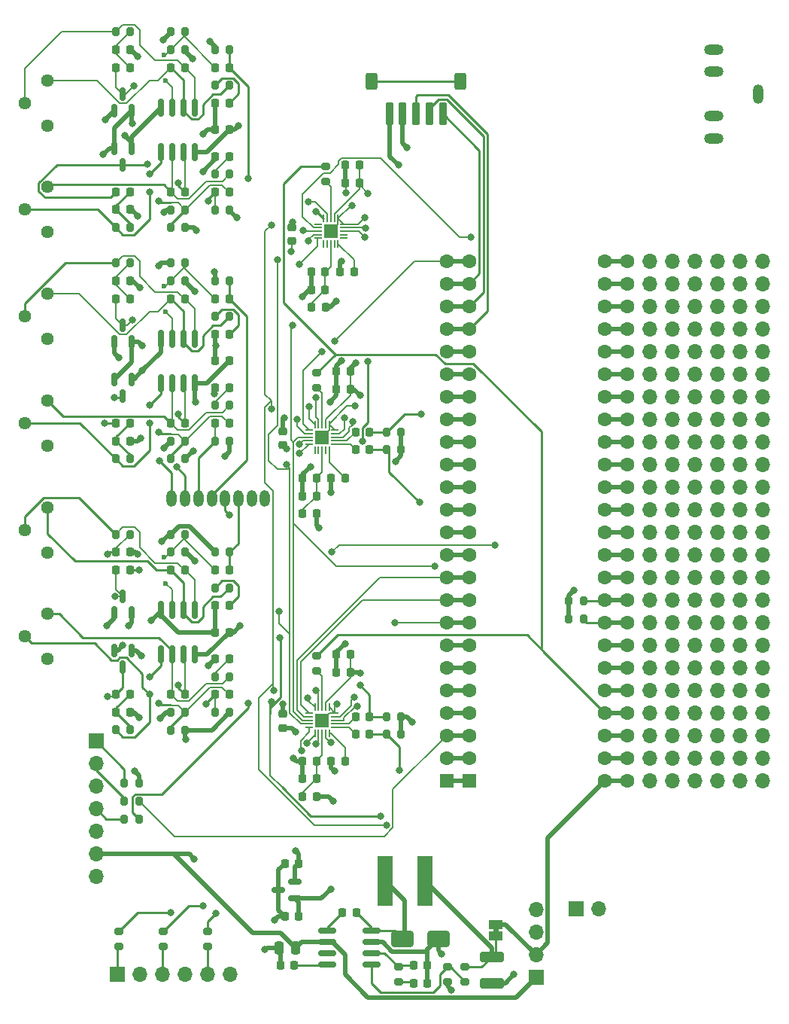
<source format=gbr>
%TF.GenerationSoftware,KiCad,Pcbnew,7.0.2*%
%TF.CreationDate,2025-02-14T16:13:01+00:00*%
%TF.ProjectId,body,626f6479-2e6b-4696-9361-645f70636258,rev?*%
%TF.SameCoordinates,Original*%
%TF.FileFunction,Copper,L1,Top*%
%TF.FilePolarity,Positive*%
%FSLAX46Y46*%
G04 Gerber Fmt 4.6, Leading zero omitted, Abs format (unit mm)*
G04 Created by KiCad (PCBNEW 7.0.2) date 2025-02-14 16:13:01*
%MOMM*%
%LPD*%
G01*
G04 APERTURE LIST*
G04 Aperture macros list*
%AMRoundRect*
0 Rectangle with rounded corners*
0 $1 Rounding radius*
0 $2 $3 $4 $5 $6 $7 $8 $9 X,Y pos of 4 corners*
0 Add a 4 corners polygon primitive as box body*
4,1,4,$2,$3,$4,$5,$6,$7,$8,$9,$2,$3,0*
0 Add four circle primitives for the rounded corners*
1,1,$1+$1,$2,$3*
1,1,$1+$1,$4,$5*
1,1,$1+$1,$6,$7*
1,1,$1+$1,$8,$9*
0 Add four rect primitives between the rounded corners*
20,1,$1+$1,$2,$3,$4,$5,0*
20,1,$1+$1,$4,$5,$6,$7,0*
20,1,$1+$1,$6,$7,$8,$9,0*
20,1,$1+$1,$8,$9,$2,$3,0*%
G04 Aperture macros list end*
%TA.AperFunction,SMDPad,CuDef*%
%ADD10RoundRect,0.200000X-0.200000X-0.275000X0.200000X-0.275000X0.200000X0.275000X-0.200000X0.275000X0*%
%TD*%
%TA.AperFunction,ComponentPad*%
%ADD11O,1.700000X1.700000*%
%TD*%
%TA.AperFunction,SMDPad,CuDef*%
%ADD12RoundRect,0.225000X-0.225000X-0.250000X0.225000X-0.250000X0.225000X0.250000X-0.225000X0.250000X0*%
%TD*%
%TA.AperFunction,SMDPad,CuDef*%
%ADD13RoundRect,0.200000X0.275000X-0.200000X0.275000X0.200000X-0.275000X0.200000X-0.275000X-0.200000X0*%
%TD*%
%TA.AperFunction,SMDPad,CuDef*%
%ADD14R,1.500000X1.000000*%
%TD*%
%TA.AperFunction,ComponentPad*%
%ADD15C,1.440000*%
%TD*%
%TA.AperFunction,ComponentPad*%
%ADD16R,1.700000X1.700000*%
%TD*%
%TA.AperFunction,SMDPad,CuDef*%
%ADD17RoundRect,0.225000X0.225000X0.250000X-0.225000X0.250000X-0.225000X-0.250000X0.225000X-0.250000X0*%
%TD*%
%TA.AperFunction,SMDPad,CuDef*%
%ADD18RoundRect,0.250000X0.250000X0.475000X-0.250000X0.475000X-0.250000X-0.475000X0.250000X-0.475000X0*%
%TD*%
%TA.AperFunction,SMDPad,CuDef*%
%ADD19RoundRect,0.218750X0.218750X0.256250X-0.218750X0.256250X-0.218750X-0.256250X0.218750X-0.256250X0*%
%TD*%
%TA.AperFunction,SMDPad,CuDef*%
%ADD20RoundRect,0.200000X0.200000X0.275000X-0.200000X0.275000X-0.200000X-0.275000X0.200000X-0.275000X0*%
%TD*%
%TA.AperFunction,SMDPad,CuDef*%
%ADD21RoundRect,0.225000X0.250000X-0.225000X0.250000X0.225000X-0.250000X0.225000X-0.250000X-0.225000X0*%
%TD*%
%TA.AperFunction,SMDPad,CuDef*%
%ADD22RoundRect,0.250000X-1.100000X0.325000X-1.100000X-0.325000X1.100000X-0.325000X1.100000X0.325000X0*%
%TD*%
%TA.AperFunction,SMDPad,CuDef*%
%ADD23RoundRect,0.050000X0.050000X-0.375000X0.050000X0.375000X-0.050000X0.375000X-0.050000X-0.375000X0*%
%TD*%
%TA.AperFunction,SMDPad,CuDef*%
%ADD24RoundRect,0.050000X0.375000X-0.050000X0.375000X0.050000X-0.375000X0.050000X-0.375000X-0.050000X0*%
%TD*%
%TA.AperFunction,SMDPad,CuDef*%
%ADD25R,1.650000X1.650000*%
%TD*%
%TA.AperFunction,SMDPad,CuDef*%
%ADD26RoundRect,0.150000X-0.150000X0.825000X-0.150000X-0.825000X0.150000X-0.825000X0.150000X0.825000X0*%
%TD*%
%TA.AperFunction,SMDPad,CuDef*%
%ADD27RoundRect,0.200000X-0.275000X0.200000X-0.275000X-0.200000X0.275000X-0.200000X0.275000X0.200000X0*%
%TD*%
%TA.AperFunction,SMDPad,CuDef*%
%ADD28RoundRect,0.150000X0.587500X0.150000X-0.587500X0.150000X-0.587500X-0.150000X0.587500X-0.150000X0*%
%TD*%
%TA.AperFunction,SMDPad,CuDef*%
%ADD29RoundRect,0.150000X-0.150000X0.587500X-0.150000X-0.587500X0.150000X-0.587500X0.150000X0.587500X0*%
%TD*%
%TA.AperFunction,SMDPad,CuDef*%
%ADD30RoundRect,0.150000X0.150000X-0.587500X0.150000X0.587500X-0.150000X0.587500X-0.150000X-0.587500X0*%
%TD*%
%TA.AperFunction,SMDPad,CuDef*%
%ADD31RoundRect,0.150000X-0.825000X-0.150000X0.825000X-0.150000X0.825000X0.150000X-0.825000X0.150000X0*%
%TD*%
%TA.AperFunction,ComponentPad*%
%ADD32O,2.200000X1.200000*%
%TD*%
%TA.AperFunction,ComponentPad*%
%ADD33O,1.200000X2.200000*%
%TD*%
%TA.AperFunction,SMDPad,CuDef*%
%ADD34RoundRect,0.250000X-1.000000X-0.650000X1.000000X-0.650000X1.000000X0.650000X-1.000000X0.650000X0*%
%TD*%
%TA.AperFunction,SMDPad,CuDef*%
%ADD35R,1.700000X5.700000*%
%TD*%
%TA.AperFunction,SMDPad,CuDef*%
%ADD36RoundRect,0.212500X0.212500X1.087500X-0.212500X1.087500X-0.212500X-1.087500X0.212500X-1.087500X0*%
%TD*%
%TA.AperFunction,SMDPad,CuDef*%
%ADD37RoundRect,0.216667X0.433333X0.733333X-0.433333X0.733333X-0.433333X-0.733333X0.433333X-0.733333X0*%
%TD*%
%TA.AperFunction,ComponentPad*%
%ADD38O,1.170000X1.870000*%
%TD*%
%TA.AperFunction,ComponentPad*%
%ADD39R,1.600000X1.600000*%
%TD*%
%TA.AperFunction,ComponentPad*%
%ADD40C,1.600000*%
%TD*%
%TA.AperFunction,ViaPad*%
%ADD41C,0.600000*%
%TD*%
%TA.AperFunction,ViaPad*%
%ADD42C,0.800000*%
%TD*%
%TA.AperFunction,Conductor*%
%ADD43C,0.250000*%
%TD*%
%TA.AperFunction,Conductor*%
%ADD44C,0.200000*%
%TD*%
%TA.AperFunction,Conductor*%
%ADD45C,0.500000*%
%TD*%
G04 APERTURE END LIST*
%TA.AperFunction,EtchedComponent*%
%TO.C,JP1*%
G36*
X156300000Y-136250000D02*
G01*
X155700000Y-136250000D01*
X155700000Y-135750000D01*
X156300000Y-135750000D01*
X156300000Y-136250000D01*
G37*
%TD.AperFunction*%
%TD*%
D10*
%TO.P,R32,1*%
%TO.N,Net-(C21-Pad2)*%
X113175000Y-83000000D03*
%TO.P,R32,2*%
%TO.N,Net-(C24-Pad1)*%
X114825000Y-83000000D03*
%TD*%
D11*
%TO.P,PB52,1,Pin_1*%
%TO.N,unconnected-(PB52-Pin_1-Pad1)*%
X183510000Y-68420000D03*
%TD*%
%TO.P,PB132,1,Pin_1*%
%TO.N,unconnected-(PB132-Pin_1-Pad1)*%
X183510000Y-119220000D03*
%TD*%
%TO.P,PB87,1,Pin_1*%
%TO.N,unconnected-(PB87-Pin_1-Pad1)*%
X175890000Y-96360000D03*
%TD*%
D12*
%TO.P,C6,1*%
%TO.N,/pickuppair1/INPUT_2*%
X124400000Y-109509999D03*
%TO.P,C6,2*%
%TO.N,Net-(U2B-+)*%
X125950000Y-109509999D03*
%TD*%
D11*
%TO.P,PB3,1,Pin_1*%
%TO.N,unconnected-(PB3-Pin_1-Pad1)*%
X173350000Y-65880000D03*
%TD*%
%TO.P,PB106,1,Pin_1*%
%TO.N,unconnected-(PB106-Pin_1-Pad1)*%
X178430000Y-114140000D03*
%TD*%
D13*
%TO.P,R11,1*%
%TO.N,Net-(J6-Pin_3)*%
X118500000Y-137825000D03*
%TO.P,R11,2*%
%TO.N,Net-(C3-Pad2)*%
X118500000Y-136175000D03*
%TD*%
D11*
%TO.P,PB33,1,Pin_1*%
%TO.N,unconnected-(PB33-Pin_1-Pad1)*%
X178430000Y-81120000D03*
%TD*%
%TO.P,PB108,1,Pin_1*%
%TO.N,unconnected-(PB108-Pin_1-Pad1)*%
X178430000Y-119220000D03*
%TD*%
D14*
%TO.P,JP1,1,A*%
%TO.N,Net-(JP1-A)*%
X156000000Y-136650000D03*
%TO.P,JP1,2,B*%
%TO.N,+5V*%
X156000000Y-135350000D03*
%TD*%
D11*
%TO.P,PB102,1,Pin_1*%
%TO.N,unconnected-(PB102-Pin_1-Pad1)*%
X178430000Y-103980000D03*
%TD*%
D15*
%TO.P,RV6,1,1*%
%TO.N,Net-(U4B--)*%
X105540000Y-52460000D03*
%TO.P,RV6,2,2*%
%TO.N,Net-(C32-Pad2)*%
X103000000Y-55000000D03*
%TO.P,RV6,3,3*%
%TO.N,unconnected-(RV6-Pad3)*%
X105540000Y-57540000D03*
%TD*%
D16*
%TO.P,J6,1,Pin_1*%
%TO.N,Net-(J6-Pin_1)*%
X113380000Y-141000000D03*
D11*
%TO.P,J6,2,Pin_2*%
%TO.N,GND*%
X115920000Y-141000000D03*
%TO.P,J6,3,Pin_3*%
%TO.N,Net-(J6-Pin_3)*%
X118460000Y-141000000D03*
%TO.P,J6,4,Pin_4*%
%TO.N,GND*%
X121000000Y-141000000D03*
%TO.P,J6,5,Pin_5*%
%TO.N,Net-(J6-Pin_5)*%
X123540000Y-141000000D03*
%TO.P,J6,6,Pin_6*%
%TO.N,GND*%
X126080000Y-141000000D03*
%TD*%
D17*
%TO.P,C53,1*%
%TO.N,Net-(U7-VAG)*%
X140000000Y-62000000D03*
%TO.P,C53,2*%
%TO.N,GND*%
X138450000Y-62000000D03*
%TD*%
D13*
%TO.P,R45,1*%
%TO.N,Net-(U7-SYS_MCLK)*%
X136820000Y-51825000D03*
%TO.P,R45,2*%
%TO.N,DAC_MCLK*%
X136820000Y-50175000D03*
%TD*%
D11*
%TO.P,PB6,1,Pin_1*%
%TO.N,unconnected-(PB6-Pin_1-Pad1)*%
X173350000Y-73500000D03*
%TD*%
D18*
%TO.P,C56,1*%
%TO.N,+9V*%
X133450000Y-138000000D03*
%TO.P,C56,2*%
%TO.N,GND*%
X131550000Y-138000000D03*
%TD*%
D11*
%TO.P,PB85,1,Pin_1*%
%TO.N,unconnected-(PB85-Pin_1-Pad1)*%
X175890000Y-91280000D03*
%TD*%
D10*
%TO.P,R42,1*%
%TO.N,Net-(C32-Pad2)*%
X113175000Y-57000000D03*
%TO.P,R42,2*%
%TO.N,Net-(C35-Pad1)*%
X114825000Y-57000000D03*
%TD*%
D11*
%TO.P,PB113,1,Pin_1*%
%TO.N,unconnected-(PB113-Pin_1-Pad1)*%
X180970000Y-101440000D03*
%TD*%
%TO.P,PB92,1,Pin_1*%
%TO.N,unconnected-(PB92-Pin_1-Pad1)*%
X175890000Y-109060000D03*
%TD*%
%TO.P,PB8,1,Pin_1*%
%TO.N,unconnected-(PB8-Pin_1-Pad1)*%
X173350000Y-78580000D03*
%TD*%
D17*
%TO.P,C51,1*%
%TO.N,+3.3V*%
X140595000Y-52000000D03*
%TO.P,C51,2*%
%TO.N,GND*%
X139045000Y-52000000D03*
%TD*%
D11*
%TO.P,PB32,1,Pin_1*%
%TO.N,unconnected-(PB32-Pin_1-Pad1)*%
X178430000Y-78580000D03*
%TD*%
D19*
%TO.P,FB3,1*%
%TO.N,+3.3V*%
X136787500Y-66000000D03*
%TO.P,FB3,2*%
%TO.N,Net-(U7-VDDA)*%
X135212500Y-66000000D03*
%TD*%
D11*
%TO.P,PB56,1,Pin_1*%
%TO.N,unconnected-(PB56-Pin_1-Pad1)*%
X183510000Y-78580000D03*
%TD*%
%TO.P,PB47,1,Pin_1*%
%TO.N,unconnected-(PB47-Pin_1-Pad1)*%
X180970000Y-86200000D03*
%TD*%
D20*
%TO.P,R15,1*%
%TO.N,+9V*%
X121000000Y-93509999D03*
%TO.P,R15,2*%
%TO.N,Net-(U2A-+)*%
X119350000Y-93509999D03*
%TD*%
D11*
%TO.P,PB60,1,Pin_1*%
%TO.N,unconnected-(PB60-Pin_1-Pad1)*%
X183510000Y-88740000D03*
%TD*%
D12*
%TO.P,C13,1*%
%TO.N,Net-(C13-Pad1)*%
X113225000Y-111500000D03*
%TO.P,C13,2*%
%TO.N,GND*%
X114775000Y-111500000D03*
%TD*%
D11*
%TO.P,PB68,1,Pin_1*%
%TO.N,unconnected-(PB68-Pin_1-Pad1)*%
X186050000Y-78580000D03*
%TD*%
D20*
%TO.P,R8,1*%
%TO.N,MIDI_OUT*%
X115825000Y-121510000D03*
%TO.P,R8,2*%
%TO.N,/MIDI_PIN_5*%
X114175000Y-121510000D03*
%TD*%
D12*
%TO.P,C34,1*%
%TO.N,Net-(C34-Pad1)*%
X113225000Y-37000000D03*
%TO.P,C34,2*%
%TO.N,GND*%
X114775000Y-37000000D03*
%TD*%
%TO.P,C15,1*%
%TO.N,/codec1/LINE_IN_R*%
X113225000Y-109499999D03*
%TO.P,C15,2*%
%TO.N,Net-(C13-Pad1)*%
X114775000Y-109499999D03*
%TD*%
%TO.P,C3,1*%
%TO.N,/codec2/LINE_OUT_L*%
X140225000Y-80000000D03*
%TO.P,C3,2*%
%TO.N,Net-(C3-Pad2)*%
X141775000Y-80000000D03*
%TD*%
%TO.P,C10,1*%
%TO.N,Net-(U2B--)*%
X119400000Y-109509999D03*
%TO.P,C10,2*%
%TO.N,Net-(C10-Pad2)*%
X120950000Y-109509999D03*
%TD*%
D11*
%TO.P,PB26,1,Pin_1*%
%TO.N,unconnected-(PB26-Pin_1-Pad1)*%
X178430000Y-63340000D03*
%TD*%
%TO.P,PB97,1,Pin_1*%
%TO.N,unconnected-(PB97-Pin_1-Pad1)*%
X178430000Y-91280000D03*
%TD*%
%TO.P,PB5,1,Pin_1*%
%TO.N,unconnected-(PB5-Pin_1-Pad1)*%
X173350000Y-70960000D03*
%TD*%
D12*
%TO.P,C30,1*%
%TO.N,GND*%
X124400000Y-49009999D03*
%TO.P,C30,2*%
%TO.N,Net-(C30-Pad2)*%
X125950000Y-49009999D03*
%TD*%
D11*
%TO.P,PB73,1,Pin_1*%
%TO.N,unconnected-(PB73-Pin_1-Pad1)*%
X173350000Y-91280000D03*
%TD*%
%TO.P,PB143,1,Pin_1*%
%TO.N,unconnected-(PB143-Pin_1-Pad1)*%
X186050000Y-116680000D03*
%TD*%
%TO.P,PB61,1,Pin_1*%
%TO.N,unconnected-(PB61-Pin_1-Pad1)*%
X186050000Y-60800000D03*
%TD*%
D20*
%TO.P,R6,1*%
%TO.N,GND*%
X145325000Y-112000000D03*
%TO.P,R6,2*%
%TO.N,Net-(C1-Pad2)*%
X143675000Y-112000000D03*
%TD*%
D16*
%TO.P,J7,1,Pin_1*%
%TO.N,+9V*%
X160500000Y-141300000D03*
D11*
%TO.P,J7,2,Pin_2*%
%TO.N,+5V*%
X160500000Y-138760000D03*
%TO.P,J7,3,Pin_3*%
%TO.N,GND*%
X160500000Y-136220000D03*
%TO.P,J7,4,Pin_4*%
X160500000Y-133680000D03*
%TD*%
%TO.P,PB118,1,Pin_1*%
%TO.N,unconnected-(PB118-Pin_1-Pad1)*%
X180970000Y-114140000D03*
%TD*%
%TO.P,PB44,1,Pin_1*%
%TO.N,unconnected-(PB44-Pin_1-Pad1)*%
X180970000Y-78580000D03*
%TD*%
D10*
%TO.P,R38,1*%
%TO.N,Net-(U4B-+)*%
X119350000Y-57009999D03*
%TO.P,R38,2*%
%TO.N,GND*%
X121000000Y-57009999D03*
%TD*%
D11*
%TO.P,PB69,1,Pin_1*%
%TO.N,unconnected-(PB69-Pin_1-Pad1)*%
X186050000Y-81120000D03*
%TD*%
%TO.P,PB96,1,Pin_1*%
%TO.N,unconnected-(PB96-Pin_1-Pad1)*%
X175890000Y-119220000D03*
%TD*%
D21*
%TO.P,C52,1*%
%TO.N,+1V8*%
X133000000Y-58550000D03*
%TO.P,C52,2*%
%TO.N,GND*%
X133000000Y-57000000D03*
%TD*%
D12*
%TO.P,C33,1*%
%TO.N,GND*%
X124400000Y-46009999D03*
%TO.P,C33,2*%
%TO.N,+9V*%
X125950000Y-46009999D03*
%TD*%
D10*
%TO.P,R22,1*%
%TO.N,Net-(C10-Pad2)*%
X113175000Y-113500000D03*
%TO.P,R22,2*%
%TO.N,Net-(C13-Pad1)*%
X114825000Y-113500000D03*
%TD*%
D11*
%TO.P,PB53,1,Pin_1*%
%TO.N,unconnected-(PB53-Pin_1-Pad1)*%
X183510000Y-70960000D03*
%TD*%
%TO.P,PB136,1,Pin_1*%
%TO.N,unconnected-(PB136-Pin_1-Pad1)*%
X186050000Y-98900000D03*
%TD*%
%TO.P,PB63,1,Pin_1*%
%TO.N,unconnected-(PB63-Pin_1-Pad1)*%
X186050000Y-65880000D03*
%TD*%
%TO.P,PB76,1,Pin_1*%
%TO.N,unconnected-(PB76-Pin_1-Pad1)*%
X173350000Y-98900000D03*
%TD*%
D17*
%TO.P,C57,1*%
%TO.N,Net-(D7-K)*%
X140275000Y-134000000D03*
%TO.P,C57,2*%
%TO.N,Net-(U8-BOOT)*%
X138725000Y-134000000D03*
%TD*%
%TO.P,C60,1*%
%TO.N,+3.3V*%
X133775000Y-134500000D03*
%TO.P,C60,2*%
%TO.N,GND*%
X132225000Y-134500000D03*
%TD*%
D20*
%TO.P,R25,1*%
%TO.N,+9V*%
X121000000Y-63009999D03*
%TO.P,R25,2*%
%TO.N,Net-(U3A-+)*%
X119350000Y-63009999D03*
%TD*%
D12*
%TO.P,C20,1*%
%TO.N,Net-(U3A--)*%
X119400000Y-65009998D03*
%TO.P,C20,2*%
%TO.N,Net-(C20-Pad2)*%
X120950000Y-65009998D03*
%TD*%
D13*
%TO.P,R10,1*%
%TO.N,Net-(J6-Pin_1)*%
X113500000Y-137825000D03*
%TO.P,R10,2*%
%TO.N,Net-(C2-Pad2)*%
X113500000Y-136175000D03*
%TD*%
D11*
%TO.P,PB4,1,Pin_1*%
%TO.N,unconnected-(PB4-Pin_1-Pad1)*%
X173350000Y-68420000D03*
%TD*%
%TO.P,PB75,1,Pin_1*%
%TO.N,unconnected-(PB75-Pin_1-Pad1)*%
X173350000Y-96360000D03*
%TD*%
D22*
%TO.P,C63,1*%
%TO.N,Net-(JP1-A)*%
X155500000Y-139025000D03*
%TO.P,C63,2*%
%TO.N,GND*%
X155500000Y-141975000D03*
%TD*%
D17*
%TO.P,C49,1*%
%TO.N,Net-(U6-VDDA)*%
X135775000Y-85180000D03*
%TO.P,C49,2*%
%TO.N,GND*%
X134225000Y-85180000D03*
%TD*%
D11*
%TO.P,PB17,1,Pin_1*%
%TO.N,unconnected-(PB17-Pin_1-Pad1)*%
X175890000Y-70960000D03*
%TD*%
%TO.P,PB30,1,Pin_1*%
%TO.N,unconnected-(PB30-Pin_1-Pad1)*%
X178430000Y-73500000D03*
%TD*%
%TO.P,PB34,1,Pin_1*%
%TO.N,unconnected-(PB34-Pin_1-Pad1)*%
X178430000Y-83660000D03*
%TD*%
%TO.P,PB64,1,Pin_1*%
%TO.N,unconnected-(PB64-Pin_1-Pad1)*%
X186050000Y-68420000D03*
%TD*%
D20*
%TO.P,R26,1*%
%TO.N,Net-(U3A-+)*%
X121000000Y-61009999D03*
%TO.P,R26,2*%
%TO.N,GND*%
X119350000Y-61009999D03*
%TD*%
D11*
%TO.P,PB131,1,Pin_1*%
%TO.N,unconnected-(PB131-Pin_1-Pad1)*%
X183510000Y-116680000D03*
%TD*%
D10*
%TO.P,R17,1*%
%TO.N,+9V*%
X119350000Y-111509999D03*
%TO.P,R17,2*%
%TO.N,Net-(U2B-+)*%
X121000000Y-111509999D03*
%TD*%
D11*
%TO.P,PB126,1,Pin_1*%
%TO.N,unconnected-(PB126-Pin_1-Pad1)*%
X183510000Y-103980000D03*
%TD*%
D15*
%TO.P,RV4,1,1*%
%TO.N,Net-(U3B--)*%
X105540000Y-76460000D03*
%TO.P,RV4,2,2*%
%TO.N,Net-(C21-Pad2)*%
X103000000Y-79000000D03*
%TO.P,RV4,3,3*%
%TO.N,unconnected-(RV4-Pad3)*%
X105540000Y-81540000D03*
%TD*%
D11*
%TO.P,PB135,1,Pin_1*%
%TO.N,unconnected-(PB135-Pin_1-Pad1)*%
X186050000Y-96360000D03*
%TD*%
%TO.P,PB18,1,Pin_1*%
%TO.N,unconnected-(PB18-Pin_1-Pad1)*%
X175890000Y-73500000D03*
%TD*%
%TO.P,PB127,1,Pin_1*%
%TO.N,unconnected-(PB127-Pin_1-Pad1)*%
X183510000Y-106520000D03*
%TD*%
D17*
%TO.P,C55,1*%
%TO.N,Net-(U7-VDDA)*%
X136775000Y-62000000D03*
%TO.P,C55,2*%
%TO.N,GND*%
X135225000Y-62000000D03*
%TD*%
D23*
%TO.P,U5,1,HP_R*%
%TO.N,/codec1/HEADPHONES_L*%
X135610000Y-113860000D03*
%TO.P,U5,2,HP_VGND*%
%TO.N,/codec1/HEADPHONES_GND*%
X136010000Y-113860000D03*
%TO.P,U5,3,VDDA*%
%TO.N,Net-(U5-VDDA)*%
X136410000Y-113860000D03*
%TO.P,U5,4,HP_L*%
%TO.N,/codec1/HEADPHONES_R*%
X136810000Y-113860000D03*
%TO.P,U5,5,VAG*%
%TO.N,Net-(U5-VAG)*%
X137210000Y-113860000D03*
D24*
%TO.P,U5,6,LINEOUT_R*%
%TO.N,/codec1/LINE_OUT_R*%
X137860000Y-113210000D03*
%TO.P,U5,7,LINEOUT_L*%
%TO.N,/codec1/LINE_OUT_L*%
X137860000Y-112810000D03*
%TO.P,U5,8,LINEIN_R*%
%TO.N,/codec1/LINE_IN_R*%
X137860000Y-112410000D03*
%TO.P,U5,9,LINEIN_L*%
%TO.N,/codec1/LINE_IN_L*%
X137860000Y-112010000D03*
%TO.P,U5,10,MIC*%
%TO.N,GND*%
X137860000Y-111610000D03*
D23*
%TO.P,U5,11,MIC_BIAS*%
X137210000Y-110960000D03*
%TO.P,U5,12,VDDIO*%
%TO.N,+3.3V*%
X136810000Y-110960000D03*
%TO.P,U5,13,SYS_MCLK*%
%TO.N,Net-(U5-SYS_MCLK)*%
X136410000Y-110960000D03*
%TO.P,U5,14,I2S_LRCLK*%
%TO.N,DAC_LRCLK*%
X136010000Y-110960000D03*
%TO.P,U5,15,I2S_SCLK*%
%TO.N,DAC_BCLK*%
X135610000Y-110960000D03*
D24*
%TO.P,U5,16,I2S_DOUT*%
%TO.N,CODEC1_DOUT*%
X134960000Y-111610000D03*
%TO.P,U5,17,I2S_DIN*%
%TO.N,CODEC1_DIN*%
X134960000Y-112010000D03*
%TO.P,U5,18,CTRL_DATA*%
%TO.N,DAC_SDA*%
X134960000Y-112410000D03*
%TO.P,U5,19,CTRL_CLK*%
%TO.N,DAC_SCL*%
X134960000Y-112810000D03*
%TO.P,U5,20,VDDD*%
%TO.N,+1V8*%
X134960000Y-113210000D03*
D25*
%TO.P,U5,21,GND*%
%TO.N,GND*%
X136410000Y-112410000D03*
%TD*%
D11*
%TO.P,PB81,1,Pin_1*%
%TO.N,unconnected-(PB81-Pin_1-Pad1)*%
X173350000Y-111600000D03*
%TD*%
%TO.P,PB125,1,Pin_1*%
%TO.N,unconnected-(PB125-Pin_1-Pad1)*%
X183510000Y-101440000D03*
%TD*%
D10*
%TO.P,R27,1*%
%TO.N,+9V*%
X119350000Y-81009999D03*
%TO.P,R27,2*%
%TO.N,Net-(U3B-+)*%
X121000000Y-81009999D03*
%TD*%
%TO.P,R21,1*%
%TO.N,Net-(C9-Pad2)*%
X113175000Y-91500000D03*
%TO.P,R21,2*%
%TO.N,Net-(C12-Pad1)*%
X114825000Y-91500000D03*
%TD*%
D26*
%TO.P,U4,1*%
%TO.N,Net-(C31-Pad2)*%
X122080000Y-43534999D03*
%TO.P,U4,2,-*%
%TO.N,Net-(U4A--)*%
X120810000Y-43534999D03*
%TO.P,U4,3,+*%
%TO.N,Net-(U4A-+)*%
X119540000Y-43534999D03*
%TO.P,U4,4,V-*%
%TO.N,GND*%
X118270000Y-43534999D03*
%TO.P,U4,5,+*%
%TO.N,Net-(U4B-+)*%
X118270000Y-48484999D03*
%TO.P,U4,6,-*%
%TO.N,Net-(U4B--)*%
X119540000Y-48484999D03*
%TO.P,U4,7*%
%TO.N,Net-(C32-Pad2)*%
X120810000Y-48484999D03*
%TO.P,U4,8,V+*%
%TO.N,+9V*%
X122080000Y-48484999D03*
%TD*%
D12*
%TO.P,C17,1*%
%TO.N,/pickuppair2/INPUT_2*%
X124400000Y-79009999D03*
%TO.P,C17,2*%
%TO.N,Net-(U3B-+)*%
X125950000Y-79009999D03*
%TD*%
D20*
%TO.P,R2,1*%
%TO.N,DAC_SDA*%
X165825000Y-99000000D03*
%TO.P,R2,2*%
%TO.N,+3.3V*%
X164175000Y-99000000D03*
%TD*%
D10*
%TO.P,R20,1*%
%TO.N,Net-(C8-Pad2)*%
X124350000Y-107509999D03*
%TO.P,R20,2*%
%TO.N,Net-(U2B--)*%
X126000000Y-107509999D03*
%TD*%
D11*
%TO.P,PB117,1,Pin_1*%
%TO.N,unconnected-(PB117-Pin_1-Pad1)*%
X180970000Y-111600000D03*
%TD*%
%TO.P,PB77,1,Pin_1*%
%TO.N,unconnected-(PB77-Pin_1-Pad1)*%
X173350000Y-101440000D03*
%TD*%
%TO.P,PB54,1,Pin_1*%
%TO.N,unconnected-(PB54-Pin_1-Pad1)*%
X183510000Y-73500000D03*
%TD*%
D26*
%TO.P,U3,1*%
%TO.N,Net-(C20-Pad2)*%
X122080000Y-69534999D03*
%TO.P,U3,2,-*%
%TO.N,Net-(U3A--)*%
X120810000Y-69534999D03*
%TO.P,U3,3,+*%
%TO.N,Net-(U3A-+)*%
X119540000Y-69534999D03*
%TO.P,U3,4,V-*%
%TO.N,GND*%
X118270000Y-69534999D03*
%TO.P,U3,5,+*%
%TO.N,Net-(U3B-+)*%
X118270000Y-74484999D03*
%TO.P,U3,6,-*%
%TO.N,Net-(U3B--)*%
X119540000Y-74484999D03*
%TO.P,U3,7*%
%TO.N,Net-(C21-Pad2)*%
X120810000Y-74484999D03*
%TO.P,U3,8,V+*%
%TO.N,+9V*%
X122080000Y-74484999D03*
%TD*%
D10*
%TO.P,R24,1*%
%TO.N,/pickuppair2/INPUT_2*%
X124350000Y-81009999D03*
%TO.P,R24,2*%
%TO.N,GND*%
X126000000Y-81009999D03*
%TD*%
D11*
%TO.P,PB41,1,Pin_1*%
%TO.N,unconnected-(PB41-Pin_1-Pad1)*%
X180970000Y-70960000D03*
%TD*%
D17*
%TO.P,C27,1*%
%TO.N,/pickuppair3/INPUT_1*%
X125950000Y-39009999D03*
%TO.P,C27,2*%
%TO.N,Net-(U4A-+)*%
X124400000Y-39009999D03*
%TD*%
D11*
%TO.P,PB138,1,Pin_1*%
%TO.N,unconnected-(PB138-Pin_1-Pad1)*%
X186050000Y-103980000D03*
%TD*%
D12*
%TO.P,C37,1*%
%TO.N,/codec3/LINE_IN_R*%
X113225000Y-52999999D03*
%TO.P,C37,2*%
%TO.N,Net-(C35-Pad1)*%
X114775000Y-52999999D03*
%TD*%
%TO.P,C24,1*%
%TO.N,Net-(C24-Pad1)*%
X113225000Y-81000000D03*
%TO.P,C24,2*%
%TO.N,GND*%
X114775000Y-81000000D03*
%TD*%
D11*
%TO.P,PB10,1,Pin_1*%
%TO.N,unconnected-(PB10-Pin_1-Pad1)*%
X173350000Y-83660000D03*
%TD*%
%TO.P,PB142,1,Pin_1*%
%TO.N,unconnected-(PB142-Pin_1-Pad1)*%
X186050000Y-114140000D03*
%TD*%
D17*
%TO.P,C62,1*%
%TO.N,+1V8*%
X133775000Y-128500000D03*
%TO.P,C62,2*%
%TO.N,GND*%
X132225000Y-128500000D03*
%TD*%
D11*
%TO.P,PB66,1,Pin_1*%
%TO.N,unconnected-(PB66-Pin_1-Pad1)*%
X186050000Y-73500000D03*
%TD*%
D27*
%TO.P,R46,1*%
%TO.N,Net-(U8-COMP)*%
X145000000Y-140175000D03*
%TO.P,R46,2*%
%TO.N,Net-(C59-Pad1)*%
X145000000Y-141825000D03*
%TD*%
D11*
%TO.P,PB109,1,Pin_1*%
%TO.N,unconnected-(PB109-Pin_1-Pad1)*%
X180970000Y-91280000D03*
%TD*%
D12*
%TO.P,C8,1*%
%TO.N,GND*%
X124400000Y-105509999D03*
%TO.P,C8,2*%
%TO.N,Net-(C8-Pad2)*%
X125950000Y-105509999D03*
%TD*%
D11*
%TO.P,PB20,1,Pin_1*%
%TO.N,unconnected-(PB20-Pin_1-Pad1)*%
X175890000Y-78580000D03*
%TD*%
%TO.P,PB43,1,Pin_1*%
%TO.N,unconnected-(PB43-Pin_1-Pad1)*%
X180970000Y-76040000D03*
%TD*%
D12*
%TO.P,C59,1*%
%TO.N,Net-(C59-Pad1)*%
X146725000Y-142000000D03*
%TO.P,C59,2*%
%TO.N,GND*%
X148275000Y-142000000D03*
%TD*%
D11*
%TO.P,PB104,1,Pin_1*%
%TO.N,unconnected-(PB104-Pin_1-Pad1)*%
X178430000Y-109060000D03*
%TD*%
D15*
%TO.P,RV1,1,1*%
%TO.N,Net-(U2A--)*%
X105540000Y-88460000D03*
%TO.P,RV1,2,2*%
%TO.N,Net-(C9-Pad2)*%
X103000000Y-91000000D03*
%TO.P,RV1,3,3*%
%TO.N,unconnected-(RV1-Pad3)*%
X105540000Y-93540000D03*
%TD*%
D17*
%TO.P,C45,1*%
%TO.N,+3.3V*%
X139595000Y-75180000D03*
%TO.P,C45,2*%
%TO.N,GND*%
X138045000Y-75180000D03*
%TD*%
D13*
%TO.P,R12,1*%
%TO.N,Net-(J6-Pin_5)*%
X123520000Y-137825000D03*
%TO.P,R12,2*%
%TO.N,Net-(C4-Pad2)*%
X123520000Y-136175000D03*
%TD*%
D11*
%TO.P,PB7,1,Pin_1*%
%TO.N,unconnected-(PB7-Pin_1-Pad1)*%
X173350000Y-76040000D03*
%TD*%
D28*
%TO.P,U9,1,VI*%
%TO.N,+3.3V*%
X133375000Y-132450000D03*
%TO.P,U9,2,VO*%
%TO.N,+1V8*%
X133375000Y-130550000D03*
%TO.P,U9,3,GND*%
%TO.N,GND*%
X131500000Y-131500000D03*
%TD*%
D15*
%TO.P,RV3,1,1*%
%TO.N,Net-(U3A--)*%
X105540000Y-64460000D03*
%TO.P,RV3,2,2*%
%TO.N,Net-(C20-Pad2)*%
X103000000Y-67000000D03*
%TO.P,RV3,3,3*%
%TO.N,unconnected-(RV3-Pad3)*%
X105540000Y-69540000D03*
%TD*%
D11*
%TO.P,PB112,1,Pin_1*%
%TO.N,unconnected-(PB112-Pin_1-Pad1)*%
X180970000Y-98900000D03*
%TD*%
D17*
%TO.P,C5,1*%
%TO.N,/pickuppair1/INPUT_1*%
X125950000Y-95509999D03*
%TO.P,C5,2*%
%TO.N,Net-(U2A-+)*%
X124400000Y-95509999D03*
%TD*%
D12*
%TO.P,C35,1*%
%TO.N,Net-(C35-Pad1)*%
X113225000Y-55000000D03*
%TO.P,C35,2*%
%TO.N,GND*%
X114775000Y-55000000D03*
%TD*%
%TO.P,C29,1*%
%TO.N,GND*%
X124400000Y-43009999D03*
%TO.P,C29,2*%
%TO.N,Net-(C29-Pad2)*%
X125950000Y-43009999D03*
%TD*%
D17*
%TO.P,C54,1*%
%TO.N,Net-(U7-VDDA)*%
X136775000Y-64000000D03*
%TO.P,C54,2*%
%TO.N,GND*%
X135225000Y-64000000D03*
%TD*%
D11*
%TO.P,PB62,1,Pin_1*%
%TO.N,unconnected-(PB62-Pin_1-Pad1)*%
X186050000Y-63340000D03*
%TD*%
%TO.P,PB119,1,Pin_1*%
%TO.N,unconnected-(PB119-Pin_1-Pad1)*%
X180970000Y-116680000D03*
%TD*%
D29*
%TO.P,D2,1,A*%
%TO.N,GND*%
X114950000Y-104562499D03*
%TO.P,D2,2,K*%
%TO.N,+3.3V*%
X113050000Y-104562499D03*
%TO.P,D2,3,COM*%
%TO.N,/codec1/LINE_IN_R*%
X114000000Y-106437499D03*
%TD*%
D11*
%TO.P,PB22,1,Pin_1*%
%TO.N,unconnected-(PB22-Pin_1-Pad1)*%
X175890000Y-83660000D03*
%TD*%
D20*
%TO.P,R36,1*%
%TO.N,Net-(U4A-+)*%
X121000000Y-35009999D03*
%TO.P,R36,2*%
%TO.N,GND*%
X119350000Y-35009999D03*
%TD*%
D11*
%TO.P,PB78,1,Pin_1*%
%TO.N,unconnected-(PB78-Pin_1-Pad1)*%
X173350000Y-103980000D03*
%TD*%
%TO.P,PB9,1,Pin_1*%
%TO.N,unconnected-(PB9-Pin_1-Pad1)*%
X173350000Y-81120000D03*
%TD*%
%TO.P,PB137,1,Pin_1*%
%TO.N,unconnected-(PB137-Pin_1-Pad1)*%
X186050000Y-101440000D03*
%TD*%
%TO.P,PB80,1,Pin_1*%
%TO.N,unconnected-(PB80-Pin_1-Pad1)*%
X173350000Y-109060000D03*
%TD*%
D10*
%TO.P,R28,1*%
%TO.N,Net-(U3B-+)*%
X119350000Y-83009999D03*
%TO.P,R28,2*%
%TO.N,GND*%
X121000000Y-83009999D03*
%TD*%
D11*
%TO.P,PB111,1,Pin_1*%
%TO.N,unconnected-(PB111-Pin_1-Pad1)*%
X180970000Y-96360000D03*
%TD*%
%TO.P,PB86,1,Pin_1*%
%TO.N,unconnected-(PB86-Pin_1-Pad1)*%
X175890000Y-93820000D03*
%TD*%
D23*
%TO.P,U7,1,HP_R*%
%TO.N,/codec3/HEADPHONES_L*%
X136610000Y-58860000D03*
%TO.P,U7,2,HP_VGND*%
%TO.N,/codec3/HEADPHONES_GND*%
X137010000Y-58860000D03*
%TO.P,U7,3,VDDA*%
%TO.N,Net-(U7-VDDA)*%
X137410000Y-58860000D03*
%TO.P,U7,4,HP_L*%
%TO.N,/codec3/HEADPHONES_R*%
X137810000Y-58860000D03*
%TO.P,U7,5,VAG*%
%TO.N,Net-(U7-VAG)*%
X138210000Y-58860000D03*
D24*
%TO.P,U7,6,LINEOUT_R*%
%TO.N,/codec3/LINE_OUT_R*%
X138860000Y-58210000D03*
%TO.P,U7,7,LINEOUT_L*%
%TO.N,/codec3/LINE_OUT_L*%
X138860000Y-57810000D03*
%TO.P,U7,8,LINEIN_R*%
%TO.N,/codec3/LINE_IN_R*%
X138860000Y-57410000D03*
%TO.P,U7,9,LINEIN_L*%
%TO.N,/codec3/LINE_IN_L*%
X138860000Y-57010000D03*
%TO.P,U7,10,MIC*%
%TO.N,GND*%
X138860000Y-56610000D03*
D23*
%TO.P,U7,11,MIC_BIAS*%
X138210000Y-55960000D03*
%TO.P,U7,12,VDDIO*%
%TO.N,+3.3V*%
X137810000Y-55960000D03*
%TO.P,U7,13,SYS_MCLK*%
%TO.N,Net-(U7-SYS_MCLK)*%
X137410000Y-55960000D03*
%TO.P,U7,14,I2S_LRCLK*%
%TO.N,DAC_LRCLK*%
X137010000Y-55960000D03*
%TO.P,U7,15,I2S_SCLK*%
%TO.N,DAC_BCLK*%
X136610000Y-55960000D03*
D24*
%TO.P,U7,16,I2S_DOUT*%
%TO.N,/codec3/DAC_DOUT*%
X135960000Y-56610000D03*
%TO.P,U7,17,I2S_DIN*%
%TO.N,CODEC3_DIN*%
X135960000Y-57010000D03*
%TO.P,U7,18,CTRL_DATA*%
%TO.N,DAC_SDA*%
X135960000Y-57410000D03*
%TO.P,U7,19,CTRL_CLK*%
%TO.N,DAC_SCL*%
X135960000Y-57810000D03*
%TO.P,U7,20,VDDD*%
%TO.N,+1V8*%
X135960000Y-58210000D03*
D25*
%TO.P,U7,21,GND*%
%TO.N,GND*%
X137410000Y-57410000D03*
%TD*%
D17*
%TO.P,C44,1*%
%TO.N,+3.3V*%
X139595000Y-73180000D03*
%TO.P,C44,2*%
%TO.N,GND*%
X138045000Y-73180000D03*
%TD*%
D15*
%TO.P,RV2,1,1*%
%TO.N,Net-(U2B--)*%
X105540000Y-100460000D03*
%TO.P,RV2,2,2*%
%TO.N,Net-(C10-Pad2)*%
X103000000Y-103000000D03*
%TO.P,RV2,3,3*%
%TO.N,unconnected-(RV2-Pad3)*%
X105540000Y-105540000D03*
%TD*%
D11*
%TO.P,PB21,1,Pin_1*%
%TO.N,unconnected-(PB21-Pin_1-Pad1)*%
X175890000Y-81120000D03*
%TD*%
%TO.P,PB128,1,Pin_1*%
%TO.N,unconnected-(PB128-Pin_1-Pad1)*%
X183510000Y-109060000D03*
%TD*%
%TO.P,PB120,1,Pin_1*%
%TO.N,unconnected-(PB120-Pin_1-Pad1)*%
X180970000Y-119220000D03*
%TD*%
D27*
%TO.P,R47,1*%
%TO.N,Net-(JP1-A)*%
X152500000Y-140175000D03*
%TO.P,R47,2*%
%TO.N,Net-(U8-VSENSE)*%
X152500000Y-141825000D03*
%TD*%
D17*
%TO.P,C39,1*%
%TO.N,+3.3V*%
X139595000Y-107000000D03*
%TO.P,C39,2*%
%TO.N,GND*%
X138045000Y-107000000D03*
%TD*%
D12*
%TO.P,C18,1*%
%TO.N,GND*%
X124400000Y-69009999D03*
%TO.P,C18,2*%
%TO.N,Net-(C18-Pad2)*%
X125950000Y-69009999D03*
%TD*%
D11*
%TO.P,PB79,1,Pin_1*%
%TO.N,unconnected-(PB79-Pin_1-Pad1)*%
X173350000Y-106520000D03*
%TD*%
D13*
%TO.P,R43,1*%
%TO.N,Net-(U5-SYS_MCLK)*%
X135820000Y-106825000D03*
%TO.P,R43,2*%
%TO.N,DAC_MCLK*%
X135820000Y-105175000D03*
%TD*%
D11*
%TO.P,PB94,1,Pin_1*%
%TO.N,unconnected-(PB94-Pin_1-Pad1)*%
X175890000Y-114140000D03*
%TD*%
%TO.P,PB98,1,Pin_1*%
%TO.N,unconnected-(PB98-Pin_1-Pad1)*%
X178430000Y-93820000D03*
%TD*%
%TO.P,PB39,1,Pin_1*%
%TO.N,unconnected-(PB39-Pin_1-Pad1)*%
X180970000Y-65880000D03*
%TD*%
%TO.P,PB99,1,Pin_1*%
%TO.N,unconnected-(PB99-Pin_1-Pad1)*%
X178430000Y-96360000D03*
%TD*%
%TO.P,PB1,1,Pin_1*%
%TO.N,unconnected-(PB1-Pin_1-Pad1)*%
X173350000Y-60800000D03*
%TD*%
D30*
%TO.P,D1,1,A*%
%TO.N,GND*%
X113050000Y-100374999D03*
%TO.P,D1,2,K*%
%TO.N,+3.3V*%
X114950000Y-100374999D03*
%TO.P,D1,3,COM*%
%TO.N,/codec1/LINE_IN_L*%
X114000000Y-98499999D03*
%TD*%
D12*
%TO.P,C14,1*%
%TO.N,/codec1/LINE_IN_L*%
X113225000Y-95499999D03*
%TO.P,C14,2*%
%TO.N,Net-(C12-Pad1)*%
X114775000Y-95499999D03*
%TD*%
D17*
%TO.P,C16,1*%
%TO.N,/pickuppair2/INPUT_1*%
X125950000Y-65009999D03*
%TO.P,C16,2*%
%TO.N,Net-(U3A-+)*%
X124400000Y-65009999D03*
%TD*%
D11*
%TO.P,PB115,1,Pin_1*%
%TO.N,unconnected-(PB115-Pin_1-Pad1)*%
X180970000Y-106520000D03*
%TD*%
D29*
%TO.P,D6,1,A*%
%TO.N,GND*%
X114950000Y-48062499D03*
%TO.P,D6,2,K*%
%TO.N,+3.3V*%
X113050000Y-48062499D03*
%TO.P,D6,3,COM*%
%TO.N,/codec3/LINE_IN_R*%
X114000000Y-49937499D03*
%TD*%
D11*
%TO.P,PB114,1,Pin_1*%
%TO.N,unconnected-(PB114-Pin_1-Pad1)*%
X180970000Y-103980000D03*
%TD*%
D20*
%TO.P,R33,1*%
%TO.N,/pickuppair3/INPUT_1*%
X126000000Y-37009999D03*
%TO.P,R33,2*%
%TO.N,GND*%
X124350000Y-37009999D03*
%TD*%
D11*
%TO.P,PB103,1,Pin_1*%
%TO.N,unconnected-(PB103-Pin_1-Pad1)*%
X178430000Y-106520000D03*
%TD*%
%TO.P,PB46,1,Pin_1*%
%TO.N,unconnected-(PB46-Pin_1-Pad1)*%
X180970000Y-83660000D03*
%TD*%
%TO.P,PB133,1,Pin_1*%
%TO.N,unconnected-(PB133-Pin_1-Pad1)*%
X186050000Y-91280000D03*
%TD*%
%TO.P,PB82,1,Pin_1*%
%TO.N,unconnected-(PB82-Pin_1-Pad1)*%
X173350000Y-114140000D03*
%TD*%
%TO.P,PB36,1,Pin_1*%
%TO.N,unconnected-(PB36-Pin_1-Pad1)*%
X178430000Y-88740000D03*
%TD*%
D17*
%TO.P,C47,1*%
%TO.N,Net-(U6-VAG)*%
X139000000Y-85180000D03*
%TO.P,C47,2*%
%TO.N,GND*%
X137450000Y-85180000D03*
%TD*%
%TO.P,C42,1*%
%TO.N,Net-(U5-VDDA)*%
X135775000Y-119000000D03*
%TO.P,C42,2*%
%TO.N,GND*%
X134225000Y-119000000D03*
%TD*%
D12*
%TO.P,C23,1*%
%TO.N,Net-(C23-Pad1)*%
X113225000Y-63000000D03*
%TO.P,C23,2*%
%TO.N,GND*%
X114775000Y-63000000D03*
%TD*%
D10*
%TO.P,R18,1*%
%TO.N,Net-(U2B-+)*%
X119350000Y-113509999D03*
%TO.P,R18,2*%
%TO.N,GND*%
X121000000Y-113509999D03*
%TD*%
D12*
%TO.P,C22,1*%
%TO.N,GND*%
X124400000Y-72009999D03*
%TO.P,C22,2*%
%TO.N,+9V*%
X125950000Y-72009999D03*
%TD*%
%TO.P,C25,1*%
%TO.N,/codec2/LINE_IN_L*%
X113225000Y-64999999D03*
%TO.P,C25,2*%
%TO.N,Net-(C23-Pad1)*%
X114775000Y-64999999D03*
%TD*%
D17*
%TO.P,C50,1*%
%TO.N,+3.3V*%
X140595000Y-50000000D03*
%TO.P,C50,2*%
%TO.N,GND*%
X139045000Y-50000000D03*
%TD*%
D20*
%TO.P,R16,1*%
%TO.N,Net-(U2A-+)*%
X121000000Y-91509999D03*
%TO.P,R16,2*%
%TO.N,GND*%
X119350000Y-91509999D03*
%TD*%
D11*
%TO.P,PB140,1,Pin_1*%
%TO.N,unconnected-(PB140-Pin_1-Pad1)*%
X186050000Y-109060000D03*
%TD*%
%TO.P,PB15,1,Pin_1*%
%TO.N,unconnected-(PB15-Pin_1-Pad1)*%
X175890000Y-65880000D03*
%TD*%
D13*
%TO.P,R44,1*%
%TO.N,Net-(U6-SYS_MCLK)*%
X135820000Y-75005000D03*
%TO.P,R44,2*%
%TO.N,DAC_MCLK*%
X135820000Y-73355000D03*
%TD*%
D23*
%TO.P,U6,1,HP_R*%
%TO.N,/codec2/HEADPHONES_L*%
X135610000Y-82040000D03*
%TO.P,U6,2,HP_VGND*%
%TO.N,/codec2/HEADPHONES_GND*%
X136010000Y-82040000D03*
%TO.P,U6,3,VDDA*%
%TO.N,Net-(U6-VDDA)*%
X136410000Y-82040000D03*
%TO.P,U6,4,HP_L*%
%TO.N,/codec2/HEADPHONES_R*%
X136810000Y-82040000D03*
%TO.P,U6,5,VAG*%
%TO.N,Net-(U6-VAG)*%
X137210000Y-82040000D03*
D24*
%TO.P,U6,6,LINEOUT_R*%
%TO.N,/codec2/LINE_OUT_R*%
X137860000Y-81390000D03*
%TO.P,U6,7,LINEOUT_L*%
%TO.N,/codec2/LINE_OUT_L*%
X137860000Y-80990000D03*
%TO.P,U6,8,LINEIN_R*%
%TO.N,/codec2/LINE_IN_R*%
X137860000Y-80590000D03*
%TO.P,U6,9,LINEIN_L*%
%TO.N,/codec2/LINE_IN_L*%
X137860000Y-80190000D03*
%TO.P,U6,10,MIC*%
%TO.N,GND*%
X137860000Y-79790000D03*
D23*
%TO.P,U6,11,MIC_BIAS*%
X137210000Y-79140000D03*
%TO.P,U6,12,VDDIO*%
%TO.N,+3.3V*%
X136810000Y-79140000D03*
%TO.P,U6,13,SYS_MCLK*%
%TO.N,Net-(U6-SYS_MCLK)*%
X136410000Y-79140000D03*
%TO.P,U6,14,I2S_LRCLK*%
%TO.N,DAC_LRCLK*%
X136010000Y-79140000D03*
%TO.P,U6,15,I2S_SCLK*%
%TO.N,DAC_BCLK*%
X135610000Y-79140000D03*
D24*
%TO.P,U6,16,I2S_DOUT*%
%TO.N,CODEC2_DOUT*%
X134960000Y-79790000D03*
%TO.P,U6,17,I2S_DIN*%
%TO.N,CODEC2_DIN*%
X134960000Y-80190000D03*
%TO.P,U6,18,CTRL_DATA*%
%TO.N,DAC_SDA*%
X134960000Y-80590000D03*
%TO.P,U6,19,CTRL_CLK*%
%TO.N,DAC_SCL*%
X134960000Y-80990000D03*
%TO.P,U6,20,VDDD*%
%TO.N,+1V8*%
X134960000Y-81390000D03*
D25*
%TO.P,U6,21,GND*%
%TO.N,GND*%
X136410000Y-80590000D03*
%TD*%
D11*
%TO.P,PB71,1,Pin_1*%
%TO.N,unconnected-(PB71-Pin_1-Pad1)*%
X186050000Y-86200000D03*
%TD*%
%TO.P,PB59,1,Pin_1*%
%TO.N,unconnected-(PB59-Pin_1-Pad1)*%
X183510000Y-86200000D03*
%TD*%
%TO.P,PB24,1,Pin_1*%
%TO.N,unconnected-(PB24-Pin_1-Pad1)*%
X175890000Y-88740000D03*
%TD*%
%TO.P,PB38,1,Pin_1*%
%TO.N,unconnected-(PB38-Pin_1-Pad1)*%
X180970000Y-63340000D03*
%TD*%
%TO.P,PB144,1,Pin_1*%
%TO.N,unconnected-(PB144-Pin_1-Pad1)*%
X186050000Y-119220000D03*
%TD*%
%TO.P,PB83,1,Pin_1*%
%TO.N,unconnected-(PB83-Pin_1-Pad1)*%
X173350000Y-116680000D03*
%TD*%
%TO.P,PB14,1,Pin_1*%
%TO.N,unconnected-(PB14-Pin_1-Pad1)*%
X175890000Y-63340000D03*
%TD*%
D21*
%TO.P,C46,1*%
%TO.N,+1V8*%
X132000000Y-81455000D03*
%TO.P,C46,2*%
%TO.N,GND*%
X132000000Y-79905000D03*
%TD*%
D12*
%TO.P,C31,1*%
%TO.N,Net-(U4A--)*%
X119400000Y-39009998D03*
%TO.P,C31,2*%
%TO.N,Net-(C31-Pad2)*%
X120950000Y-39009998D03*
%TD*%
D19*
%TO.P,FB1,1*%
%TO.N,+3.3V*%
X135787500Y-121000000D03*
%TO.P,FB1,2*%
%TO.N,Net-(U5-VDDA)*%
X134212500Y-121000000D03*
%TD*%
D11*
%TO.P,PB55,1,Pin_1*%
%TO.N,unconnected-(PB55-Pin_1-Pad1)*%
X183510000Y-76040000D03*
%TD*%
%TO.P,PB105,1,Pin_1*%
%TO.N,unconnected-(PB105-Pin_1-Pad1)*%
X178430000Y-111600000D03*
%TD*%
%TO.P,PB42,1,Pin_1*%
%TO.N,unconnected-(PB42-Pin_1-Pad1)*%
X180970000Y-73500000D03*
%TD*%
D26*
%TO.P,U2,1*%
%TO.N,Net-(C9-Pad2)*%
X122080000Y-100034999D03*
%TO.P,U2,2,-*%
%TO.N,Net-(U2A--)*%
X120810000Y-100034999D03*
%TO.P,U2,3,+*%
%TO.N,Net-(U2A-+)*%
X119540000Y-100034999D03*
%TO.P,U2,4,V-*%
%TO.N,GND*%
X118270000Y-100034999D03*
%TO.P,U2,5,+*%
%TO.N,Net-(U2B-+)*%
X118270000Y-104984999D03*
%TO.P,U2,6,-*%
%TO.N,Net-(U2B--)*%
X119540000Y-104984999D03*
%TO.P,U2,7*%
%TO.N,Net-(C10-Pad2)*%
X120810000Y-104984999D03*
%TO.P,U2,8,V+*%
%TO.N,+9V*%
X122080000Y-104984999D03*
%TD*%
D30*
%TO.P,D3,1,A*%
%TO.N,GND*%
X113050000Y-69874999D03*
%TO.P,D3,2,K*%
%TO.N,+3.3V*%
X114950000Y-69874999D03*
%TO.P,D3,3,COM*%
%TO.N,/codec2/LINE_IN_L*%
X114000000Y-67999999D03*
%TD*%
D10*
%TO.P,R30,1*%
%TO.N,Net-(C19-Pad2)*%
X124350000Y-77009999D03*
%TO.P,R30,2*%
%TO.N,Net-(U3B--)*%
X126000000Y-77009999D03*
%TD*%
D31*
%TO.P,U8,1,BOOT*%
%TO.N,Net-(U8-BOOT)*%
X137025000Y-136095000D03*
%TO.P,U8,2,VIN*%
%TO.N,+9V*%
X137025000Y-137365000D03*
%TO.P,U8,3,EN*%
%TO.N,unconnected-(U8-EN-Pad3)*%
X137025000Y-138635000D03*
%TO.P,U8,4,SS*%
%TO.N,Net-(U8-SS)*%
X137025000Y-139905000D03*
%TO.P,U8,5,VSENSE*%
%TO.N,Net-(U8-VSENSE)*%
X141975000Y-139905000D03*
%TO.P,U8,6,COMP*%
%TO.N,Net-(U8-COMP)*%
X141975000Y-138635000D03*
%TO.P,U8,7,GND*%
%TO.N,GND*%
X141975000Y-137365000D03*
%TO.P,U8,8,PH*%
%TO.N,Net-(D7-K)*%
X141975000Y-136095000D03*
%TD*%
D11*
%TO.P,PB88,1,Pin_1*%
%TO.N,unconnected-(PB88-Pin_1-Pad1)*%
X175890000Y-98900000D03*
%TD*%
D21*
%TO.P,C40,1*%
%TO.N,+1V8*%
X132000000Y-113275000D03*
%TO.P,C40,2*%
%TO.N,GND*%
X132000000Y-111725000D03*
%TD*%
D15*
%TO.P,RV5,1,1*%
%TO.N,Net-(U4A--)*%
X105540000Y-40460000D03*
%TO.P,RV5,2,2*%
%TO.N,Net-(C31-Pad2)*%
X103000000Y-43000000D03*
%TO.P,RV5,3,3*%
%TO.N,unconnected-(RV5-Pad3)*%
X105540000Y-45540000D03*
%TD*%
D11*
%TO.P,PB121,1,Pin_1*%
%TO.N,unconnected-(PB121-Pin_1-Pad1)*%
X183510000Y-91280000D03*
%TD*%
D30*
%TO.P,D5,1,A*%
%TO.N,GND*%
X113050000Y-43874999D03*
%TO.P,D5,2,K*%
%TO.N,+3.3V*%
X114950000Y-43874999D03*
%TO.P,D5,3,COM*%
%TO.N,/codec3/LINE_IN_L*%
X114000000Y-41999999D03*
%TD*%
D11*
%TO.P,PB37,1,Pin_1*%
%TO.N,unconnected-(PB37-Pin_1-Pad1)*%
X180970000Y-60800000D03*
%TD*%
%TO.P,PB65,1,Pin_1*%
%TO.N,unconnected-(PB65-Pin_1-Pad1)*%
X186050000Y-70960000D03*
%TD*%
%TO.P,PB116,1,Pin_1*%
%TO.N,unconnected-(PB116-Pin_1-Pad1)*%
X180970000Y-109060000D03*
%TD*%
D17*
%TO.P,C43,1*%
%TO.N,Net-(U5-VDDA)*%
X135775000Y-117000000D03*
%TO.P,C43,2*%
%TO.N,GND*%
X134225000Y-117000000D03*
%TD*%
D12*
%TO.P,C21,1*%
%TO.N,Net-(U3B--)*%
X119400000Y-79009999D03*
%TO.P,C21,2*%
%TO.N,Net-(C21-Pad2)*%
X120950000Y-79009999D03*
%TD*%
D11*
%TO.P,PB50,1,Pin_1*%
%TO.N,unconnected-(PB50-Pin_1-Pad1)*%
X183510000Y-63340000D03*
%TD*%
%TO.P,PB123,1,Pin_1*%
%TO.N,unconnected-(PB123-Pin_1-Pad1)*%
X183510000Y-96360000D03*
%TD*%
%TO.P,PB139,1,Pin_1*%
%TO.N,unconnected-(PB139-Pin_1-Pad1)*%
X186050000Y-106520000D03*
%TD*%
%TO.P,PB130,1,Pin_1*%
%TO.N,unconnected-(PB130-Pin_1-Pad1)*%
X183510000Y-114140000D03*
%TD*%
%TO.P,PB12,1,Pin_1*%
%TO.N,unconnected-(PB12-Pin_1-Pad1)*%
X173350000Y-88740000D03*
%TD*%
D20*
%TO.P,R35,1*%
%TO.N,+9V*%
X121000000Y-37009999D03*
%TO.P,R35,2*%
%TO.N,Net-(U4A-+)*%
X119350000Y-37009999D03*
%TD*%
D11*
%TO.P,PB27,1,Pin_1*%
%TO.N,unconnected-(PB27-Pin_1-Pad1)*%
X178430000Y-65880000D03*
%TD*%
D20*
%TO.P,R7,1*%
%TO.N,GND*%
X145325000Y-80000000D03*
%TO.P,R7,2*%
%TO.N,Net-(C3-Pad2)*%
X143675000Y-80000000D03*
%TD*%
%TO.P,R5,1*%
%TO.N,+3.3V*%
X115825000Y-119510000D03*
%TO.P,R5,2*%
%TO.N,/MIDI_PIN_4*%
X114175000Y-119510000D03*
%TD*%
D10*
%TO.P,R9,1*%
%TO.N,MAIN_OUTPUT*%
X114175000Y-123500000D03*
%TO.P,R9,2*%
%TO.N,Net-(C1-Pad2)*%
X115825000Y-123500000D03*
%TD*%
D11*
%TO.P,PB95,1,Pin_1*%
%TO.N,unconnected-(PB95-Pin_1-Pad1)*%
X175890000Y-116680000D03*
%TD*%
D10*
%TO.P,R34,1*%
%TO.N,/pickuppair3/INPUT_2*%
X124350000Y-55009999D03*
%TO.P,R34,2*%
%TO.N,GND*%
X126000000Y-55009999D03*
%TD*%
D11*
%TO.P,PB91,1,Pin_1*%
%TO.N,unconnected-(PB91-Pin_1-Pad1)*%
X175890000Y-106520000D03*
%TD*%
%TO.P,PB57,1,Pin_1*%
%TO.N,unconnected-(PB57-Pin_1-Pad1)*%
X183510000Y-81120000D03*
%TD*%
%TO.P,PB134,1,Pin_1*%
%TO.N,unconnected-(PB134-Pin_1-Pad1)*%
X186050000Y-93820000D03*
%TD*%
D12*
%TO.P,C4,1*%
%TO.N,/codec2/LINE_OUT_R*%
X140225000Y-82000000D03*
%TO.P,C4,2*%
%TO.N,Net-(C4-Pad2)*%
X141775000Y-82000000D03*
%TD*%
D11*
%TO.P,PB100,1,Pin_1*%
%TO.N,unconnected-(PB100-Pin_1-Pad1)*%
X178430000Y-98900000D03*
%TD*%
D12*
%TO.P,C28,1*%
%TO.N,/pickuppair3/INPUT_2*%
X124400000Y-53009999D03*
%TO.P,C28,2*%
%TO.N,Net-(U4B-+)*%
X125950000Y-53009999D03*
%TD*%
D20*
%TO.P,R3,1*%
%TO.N,GND*%
X145325000Y-114000000D03*
%TO.P,R3,2*%
%TO.N,Net-(C2-Pad2)*%
X143675000Y-114000000D03*
%TD*%
D11*
%TO.P,PB16,1,Pin_1*%
%TO.N,unconnected-(PB16-Pin_1-Pad1)*%
X175890000Y-68420000D03*
%TD*%
D29*
%TO.P,D4,1,A*%
%TO.N,GND*%
X114950000Y-74062499D03*
%TO.P,D4,2,K*%
%TO.N,+3.3V*%
X113050000Y-74062499D03*
%TO.P,D4,3,COM*%
%TO.N,/codec2/LINE_IN_R*%
X114000000Y-75937499D03*
%TD*%
D10*
%TO.P,R37,1*%
%TO.N,+9V*%
X119350000Y-55009999D03*
%TO.P,R37,2*%
%TO.N,Net-(U4B-+)*%
X121000000Y-55009999D03*
%TD*%
D12*
%TO.P,C9,1*%
%TO.N,Net-(U2A--)*%
X119400000Y-95509998D03*
%TO.P,C9,2*%
%TO.N,Net-(C9-Pad2)*%
X120950000Y-95509998D03*
%TD*%
%TO.P,C12,1*%
%TO.N,Net-(C12-Pad1)*%
X113225000Y-93500000D03*
%TO.P,C12,2*%
%TO.N,GND*%
X114775000Y-93500000D03*
%TD*%
D10*
%TO.P,R14,1*%
%TO.N,/pickuppair1/INPUT_2*%
X124350000Y-111509999D03*
%TO.P,R14,2*%
%TO.N,GND*%
X126000000Y-111509999D03*
%TD*%
%TO.P,R19,1*%
%TO.N,Net-(C7-Pad2)*%
X124350000Y-97509999D03*
%TO.P,R19,2*%
%TO.N,Net-(U2A--)*%
X126000000Y-97509999D03*
%TD*%
D19*
%TO.P,FB2,1*%
%TO.N,+3.3V*%
X135787500Y-89180000D03*
%TO.P,FB2,2*%
%TO.N,Net-(U6-VDDA)*%
X134212500Y-89180000D03*
%TD*%
D11*
%TO.P,PB11,1,Pin_1*%
%TO.N,unconnected-(PB11-Pin_1-Pad1)*%
X173350000Y-86200000D03*
%TD*%
%TO.P,PB40,1,Pin_1*%
%TO.N,unconnected-(PB40-Pin_1-Pad1)*%
X180970000Y-68420000D03*
%TD*%
D20*
%TO.P,R23,1*%
%TO.N,/pickuppair2/INPUT_1*%
X126000000Y-63009999D03*
%TO.P,R23,2*%
%TO.N,GND*%
X124350000Y-63009999D03*
%TD*%
D11*
%TO.P,PB101,1,Pin_1*%
%TO.N,unconnected-(PB101-Pin_1-Pad1)*%
X178430000Y-101440000D03*
%TD*%
D20*
%TO.P,R4,1*%
%TO.N,GND*%
X145325000Y-82000000D03*
%TO.P,R4,2*%
%TO.N,Net-(C4-Pad2)*%
X143675000Y-82000000D03*
%TD*%
D12*
%TO.P,C61,1*%
%TO.N,Net-(U8-COMP)*%
X146725000Y-140000000D03*
%TO.P,C61,2*%
%TO.N,GND*%
X148275000Y-140000000D03*
%TD*%
%TO.P,C26,1*%
%TO.N,/codec2/LINE_IN_R*%
X113225000Y-78999999D03*
%TO.P,C26,2*%
%TO.N,Net-(C24-Pad1)*%
X114775000Y-78999999D03*
%TD*%
D11*
%TO.P,PB25,1,Pin_1*%
%TO.N,unconnected-(PB25-Pin_1-Pad1)*%
X178430000Y-60800000D03*
%TD*%
%TO.P,PB2,1,Pin_1*%
%TO.N,unconnected-(PB2-Pin_1-Pad1)*%
X173350000Y-63340000D03*
%TD*%
%TO.P,PB23,1,Pin_1*%
%TO.N,unconnected-(PB23-Pin_1-Pad1)*%
X175890000Y-86200000D03*
%TD*%
D10*
%TO.P,R29,1*%
%TO.N,Net-(C18-Pad2)*%
X124350000Y-67009999D03*
%TO.P,R29,2*%
%TO.N,Net-(U3A--)*%
X126000000Y-67009999D03*
%TD*%
D11*
%TO.P,PB93,1,Pin_1*%
%TO.N,unconnected-(PB93-Pin_1-Pad1)*%
X175890000Y-111600000D03*
%TD*%
%TO.P,PB72,1,Pin_1*%
%TO.N,unconnected-(PB72-Pin_1-Pad1)*%
X186050000Y-88740000D03*
%TD*%
D12*
%TO.P,C19,1*%
%TO.N,GND*%
X124400000Y-75009999D03*
%TO.P,C19,2*%
%TO.N,Net-(C19-Pad2)*%
X125950000Y-75009999D03*
%TD*%
%TO.P,C2,1*%
%TO.N,/codec1/LINE_OUT_R*%
X140225000Y-114000000D03*
%TO.P,C2,2*%
%TO.N,Net-(C2-Pad2)*%
X141775000Y-114000000D03*
%TD*%
D11*
%TO.P,PB84,1,Pin_1*%
%TO.N,unconnected-(PB84-Pin_1-Pad1)*%
X173350000Y-119220000D03*
%TD*%
%TO.P,PB58,1,Pin_1*%
%TO.N,unconnected-(PB58-Pin_1-Pad1)*%
X183510000Y-83660000D03*
%TD*%
D10*
%TO.P,R31,1*%
%TO.N,Net-(C20-Pad2)*%
X113175000Y-61000000D03*
%TO.P,R31,2*%
%TO.N,Net-(C23-Pad1)*%
X114825000Y-61000000D03*
%TD*%
D11*
%TO.P,PB110,1,Pin_1*%
%TO.N,unconnected-(PB110-Pin_1-Pad1)*%
X180970000Y-93820000D03*
%TD*%
%TO.P,PB51,1,Pin_1*%
%TO.N,unconnected-(PB51-Pin_1-Pad1)*%
X183510000Y-65880000D03*
%TD*%
D17*
%TO.P,C58,1*%
%TO.N,Net-(U8-SS)*%
X133275000Y-140000000D03*
%TO.P,C58,2*%
%TO.N,GND*%
X131725000Y-140000000D03*
%TD*%
D11*
%TO.P,PB141,1,Pin_1*%
%TO.N,unconnected-(PB141-Pin_1-Pad1)*%
X186050000Y-111600000D03*
%TD*%
%TO.P,PB29,1,Pin_1*%
%TO.N,unconnected-(PB29-Pin_1-Pad1)*%
X178430000Y-70960000D03*
%TD*%
%TO.P,PB70,1,Pin_1*%
%TO.N,unconnected-(PB70-Pin_1-Pad1)*%
X186050000Y-83660000D03*
%TD*%
D10*
%TO.P,R40,1*%
%TO.N,Net-(C30-Pad2)*%
X124350000Y-51009999D03*
%TO.P,R40,2*%
%TO.N,Net-(U4B--)*%
X126000000Y-51009999D03*
%TD*%
D32*
%TO.P,J4,R*%
%TO.N,/codec1/HEADPHONES_R*%
X180500000Y-47000000D03*
%TO.P,J4,RN*%
%TO.N,unconnected-(J4-PadRN)*%
X180500000Y-44500000D03*
D33*
%TO.P,J4,S*%
%TO.N,/codec1/HEADPHONES_GND*%
X185500000Y-42000000D03*
D32*
%TO.P,J4,T*%
%TO.N,/codec1/HEADPHONES_L*%
X180500000Y-37000000D03*
%TO.P,J4,TN*%
%TO.N,unconnected-(J4-PadTN)*%
X180500000Y-39500000D03*
%TD*%
D17*
%TO.P,C41,1*%
%TO.N,Net-(U5-VAG)*%
X139000000Y-117000000D03*
%TO.P,C41,2*%
%TO.N,GND*%
X137450000Y-117000000D03*
%TD*%
D11*
%TO.P,PB67,1,Pin_1*%
%TO.N,unconnected-(PB67-Pin_1-Pad1)*%
X186050000Y-76040000D03*
%TD*%
D20*
%TO.P,R13,1*%
%TO.N,/pickuppair1/INPUT_1*%
X126000000Y-93509999D03*
%TO.P,R13,2*%
%TO.N,GND*%
X124350000Y-93509999D03*
%TD*%
D11*
%TO.P,PB89,1,Pin_1*%
%TO.N,unconnected-(PB89-Pin_1-Pad1)*%
X175890000Y-101440000D03*
%TD*%
%TO.P,PB31,1,Pin_1*%
%TO.N,unconnected-(PB31-Pin_1-Pad1)*%
X178430000Y-76040000D03*
%TD*%
D20*
%TO.P,R1,1*%
%TO.N,DAC_SCL*%
X165825000Y-101000000D03*
%TO.P,R1,2*%
%TO.N,+3.3V*%
X164175000Y-101000000D03*
%TD*%
D11*
%TO.P,PB90,1,Pin_1*%
%TO.N,unconnected-(PB90-Pin_1-Pad1)*%
X175890000Y-103980000D03*
%TD*%
D12*
%TO.P,C32,1*%
%TO.N,Net-(U4B--)*%
X119400000Y-53009999D03*
%TO.P,C32,2*%
%TO.N,Net-(C32-Pad2)*%
X120950000Y-53009999D03*
%TD*%
D11*
%TO.P,PB48,1,Pin_1*%
%TO.N,unconnected-(PB48-Pin_1-Pad1)*%
X180970000Y-88740000D03*
%TD*%
D17*
%TO.P,C38,1*%
%TO.N,+3.3V*%
X139595000Y-105000000D03*
%TO.P,C38,2*%
%TO.N,GND*%
X138045000Y-105000000D03*
%TD*%
%TO.P,C48,1*%
%TO.N,Net-(U6-VDDA)*%
X135775000Y-87180000D03*
%TO.P,C48,2*%
%TO.N,GND*%
X134225000Y-87180000D03*
%TD*%
D12*
%TO.P,C7,1*%
%TO.N,GND*%
X124400000Y-99509999D03*
%TO.P,C7,2*%
%TO.N,Net-(C7-Pad2)*%
X125950000Y-99509999D03*
%TD*%
D11*
%TO.P,PB13,1,Pin_1*%
%TO.N,unconnected-(PB13-Pin_1-Pad1)*%
X175890000Y-60800000D03*
%TD*%
%TO.P,PB122,1,Pin_1*%
%TO.N,unconnected-(PB122-Pin_1-Pad1)*%
X183510000Y-93820000D03*
%TD*%
%TO.P,PB124,1,Pin_1*%
%TO.N,unconnected-(PB124-Pin_1-Pad1)*%
X183510000Y-98900000D03*
%TD*%
D27*
%TO.P,R48,1*%
%TO.N,Net-(U8-VSENSE)*%
X150500000Y-140175000D03*
%TO.P,R48,2*%
%TO.N,GND*%
X150500000Y-141825000D03*
%TD*%
D34*
%TO.P,D7,1,K*%
%TO.N,Net-(D7-K)*%
X145500000Y-137000000D03*
%TO.P,D7,2,A*%
%TO.N,GND*%
X149500000Y-137000000D03*
%TD*%
D11*
%TO.P,PB28,1,Pin_1*%
%TO.N,unconnected-(PB28-Pin_1-Pad1)*%
X178430000Y-68420000D03*
%TD*%
%TO.P,PB107,1,Pin_1*%
%TO.N,unconnected-(PB107-Pin_1-Pad1)*%
X178430000Y-116680000D03*
%TD*%
%TO.P,PB19,1,Pin_1*%
%TO.N,unconnected-(PB19-Pin_1-Pad1)*%
X175890000Y-76040000D03*
%TD*%
D12*
%TO.P,C36,1*%
%TO.N,/codec3/LINE_IN_L*%
X113225000Y-38999999D03*
%TO.P,C36,2*%
%TO.N,Net-(C34-Pad1)*%
X114775000Y-38999999D03*
%TD*%
D10*
%TO.P,R41,1*%
%TO.N,Net-(C31-Pad2)*%
X113175000Y-35000000D03*
%TO.P,R41,2*%
%TO.N,Net-(C34-Pad1)*%
X114825000Y-35000000D03*
%TD*%
D11*
%TO.P,PB49,1,Pin_1*%
%TO.N,unconnected-(PB49-Pin_1-Pad1)*%
X183510000Y-60800000D03*
%TD*%
%TO.P,PB74,1,Pin_1*%
%TO.N,unconnected-(PB74-Pin_1-Pad1)*%
X173350000Y-93820000D03*
%TD*%
D12*
%TO.P,C11,1*%
%TO.N,GND*%
X124400000Y-102509999D03*
%TO.P,C11,2*%
%TO.N,+9V*%
X125950000Y-102509999D03*
%TD*%
%TO.P,C1,1*%
%TO.N,/codec1/LINE_OUT_L*%
X140225000Y-112000000D03*
%TO.P,C1,2*%
%TO.N,Net-(C1-Pad2)*%
X141775000Y-112000000D03*
%TD*%
D11*
%TO.P,PB35,1,Pin_1*%
%TO.N,unconnected-(PB35-Pin_1-Pad1)*%
X178430000Y-86200000D03*
%TD*%
D10*
%TO.P,R39,1*%
%TO.N,Net-(C29-Pad2)*%
X124350000Y-41009999D03*
%TO.P,R39,2*%
%TO.N,Net-(U4A--)*%
X126000000Y-41009999D03*
%TD*%
D11*
%TO.P,PB45,1,Pin_1*%
%TO.N,unconnected-(PB45-Pin_1-Pad1)*%
X180970000Y-81120000D03*
%TD*%
D35*
%TO.P,L1,1,1*%
%TO.N,Net-(D7-K)*%
X143500000Y-130500000D03*
%TO.P,L1,2,2*%
%TO.N,Net-(JP1-A)*%
X148000000Y-130500000D03*
%TD*%
D36*
%TO.P,J1,1,Pin_1*%
%TO.N,+3.3V*%
X144000000Y-44200000D03*
%TO.P,J1,2,Pin_2*%
%TO.N,GND*%
X145500000Y-44200000D03*
%TO.P,J1,3,Pin_3*%
%TO.N,FRET_CLOCK*%
X147000000Y-44200000D03*
%TO.P,J1,4,Pin_4*%
%TO.N,FRET_LOAD*%
X148500000Y-44200000D03*
%TO.P,J1,5,Pin_5*%
%TO.N,FRET_DATA*%
X150000000Y-44200000D03*
D37*
%TO.P,J1,6,Pin_6*%
%TO.N,unconnected-(J1-Pin_6-Pad6)*%
X152000000Y-40600000D03*
X142000000Y-40600000D03*
%TD*%
D11*
%TO.P,PB129,1,Pin_1*%
%TO.N,unconnected-(PB129-Pin_1-Pad1)*%
X183510000Y-111600000D03*
%TD*%
D16*
%TO.P,J5,1,Pin_1*%
%TO.N,/MIDI_PIN_4*%
X111000000Y-114760000D03*
D11*
%TO.P,J5,2,Pin_2*%
%TO.N,/MIDI_PIN_5*%
X111000000Y-117300000D03*
%TO.P,J5,3,Pin_3*%
%TO.N,GND*%
X111000000Y-119840000D03*
%TO.P,J5,4,Pin_4*%
%TO.N,MAIN_OUTPUT*%
X111000000Y-122380000D03*
%TO.P,J5,5,Pin_5*%
%TO.N,GND*%
X111000000Y-124920000D03*
%TO.P,J5,6,Pin_6*%
%TO.N,+9V*%
X111000000Y-127460000D03*
%TO.P,J5,7,Pin_7*%
%TO.N,GND*%
X111000000Y-130000000D03*
%TD*%
D38*
%TO.P,J3,1,Pin_1*%
%TO.N,GND*%
X130000000Y-87500000D03*
%TO.P,J3,2,Pin_2*%
X128500000Y-87500000D03*
%TO.P,J3,3,Pin_3*%
%TO.N,/pickuppair1/INPUT_1*%
X127000000Y-87500000D03*
%TO.P,J3,4,Pin_4*%
%TO.N,/pickuppair1/INPUT_2*%
X125500000Y-87500000D03*
%TO.P,J3,5,Pin_5*%
%TO.N,/pickuppair2/INPUT_1*%
X124000000Y-87500000D03*
%TO.P,J3,6,Pin_6*%
%TO.N,/pickuppair2/INPUT_2*%
X122500000Y-87500000D03*
%TO.P,J3,7,Pin_7*%
%TO.N,/pickuppair3/INPUT_1*%
X121000000Y-87500000D03*
%TO.P,J3,8,Pin_8*%
%TO.N,/pickuppair3/INPUT_2*%
X119500000Y-87500000D03*
%TD*%
D16*
%TO.P,J2,1,Pin_1*%
%TO.N,GND*%
X165000000Y-133625000D03*
D11*
%TO.P,J2,2,Pin_2*%
X167540000Y-133625000D03*
%TD*%
D39*
%TO.P,U1,1,GND*%
%TO.N,GND*%
X150460000Y-119180000D03*
X153000000Y-119180000D03*
D40*
%TO.P,U1,2,0_RX1_CRX2_CS1*%
%TO.N,unconnected-(U1-0_RX1_CRX2_CS1-Pad2)*%
X150460000Y-116640000D03*
X153000000Y-116640000D03*
%TO.P,U1,3,1_TX1_CTX2_MISO1*%
%TO.N,MIDI_OUT*%
X150460000Y-114100000D03*
X153000000Y-114100000D03*
%TO.P,U1,4,2_OUT2*%
%TO.N,unconnected-(U1-2_OUT2-Pad4)*%
X150460000Y-111560000D03*
X153000000Y-111560000D03*
%TO.P,U1,5,3_LRCLK2*%
%TO.N,unconnected-(U1-3_LRCLK2-Pad5)*%
X150460000Y-109020000D03*
X153000000Y-109020000D03*
%TO.P,U1,6,4_BCLK2*%
%TO.N,unconnected-(U1-4_BCLK2-Pad6)*%
X150460000Y-106480000D03*
X153000000Y-106480000D03*
%TO.P,U1,7,5_IN2*%
%TO.N,unconnected-(U1-5_IN2-Pad7)*%
X150460000Y-103940000D03*
X153000000Y-103940000D03*
%TO.P,U1,8,6_OUT1D*%
%TO.N,CODEC2_DIN*%
X150460000Y-101400000D03*
X153000000Y-101400000D03*
%TO.P,U1,9,7_RX2_OUT1A*%
%TO.N,CODEC1_DOUT*%
X150460000Y-98860000D03*
X153000000Y-98860000D03*
%TO.P,U1,10,8_TX2_IN1*%
%TO.N,CODEC1_DIN*%
X150460000Y-96320000D03*
X153000000Y-96320000D03*
%TO.P,U1,11,9_OUT1C*%
%TO.N,CODEC3_DIN*%
X150460000Y-93780000D03*
X153000000Y-93780000D03*
%TO.P,U1,12,10_CS_MQSR*%
%TO.N,unconnected-(U1-10_CS_MQSR-Pad12)*%
X150460000Y-91240000D03*
X153000000Y-91240000D03*
%TO.P,U1,13,11_MOSI_CTX1*%
%TO.N,unconnected-(U1-11_MOSI_CTX1-Pad13)*%
X150460000Y-88700000D03*
X153000000Y-88700000D03*
%TO.P,U1,14,12_MISO_MQSL*%
%TO.N,unconnected-(U1-12_MISO_MQSL-Pad14)*%
X150460000Y-86160000D03*
X153000000Y-86160000D03*
%TO.P,U1,15,3V3*%
%TO.N,+3.3V*%
X150460000Y-83620000D03*
X153000000Y-83620000D03*
%TO.P,U1,16,24_A10_TX6_SCL2*%
%TO.N,unconnected-(U1-24_A10_TX6_SCL2-Pad16)*%
X150460000Y-81080000D03*
X153000000Y-81080000D03*
%TO.P,U1,17,25_A11_RX6_SDA2*%
%TO.N,unconnected-(U1-25_A11_RX6_SDA2-Pad17)*%
X150460000Y-78540000D03*
X153000000Y-78540000D03*
%TO.P,U1,18,26_A12_MOSI1*%
%TO.N,unconnected-(U1-26_A12_MOSI1-Pad18)*%
X150460000Y-76000000D03*
X153000000Y-76000000D03*
%TO.P,U1,19,27_A13_SCK1*%
%TO.N,unconnected-(U1-27_A13_SCK1-Pad19)*%
X150460000Y-73460000D03*
X153000000Y-73460000D03*
%TO.P,U1,20,28_RX7*%
%TO.N,unconnected-(U1-28_RX7-Pad20)*%
X150460000Y-70920000D03*
X153000000Y-70920000D03*
%TO.P,U1,21,29_TX7*%
%TO.N,FRET_CLOCK*%
X150460000Y-68380000D03*
X153000000Y-68380000D03*
%TO.P,U1,22,30_CRX3*%
%TO.N,FRET_LOAD*%
X150460000Y-65840000D03*
X153000000Y-65840000D03*
%TO.P,U1,23,31_CTX3*%
%TO.N,FRET_DATA*%
X150460000Y-63300000D03*
X153000000Y-63300000D03*
%TO.P,U1,24,32_OUT1B*%
%TO.N,CODEC2_DOUT*%
X150460000Y-60760000D03*
X153000000Y-60760000D03*
%TO.P,U1,25,33_MCLK2*%
%TO.N,unconnected-(U1-33_MCLK2-Pad25)*%
X168240000Y-60760000D03*
X170780000Y-60760000D03*
%TO.P,U1,26,34_RX8*%
%TO.N,unconnected-(U1-34_RX8-Pad26)*%
X168240000Y-63300000D03*
X170780000Y-63300000D03*
%TO.P,U1,27,35_TX8*%
%TO.N,unconnected-(U1-35_TX8-Pad27)*%
X168240000Y-65840000D03*
X170780000Y-65840000D03*
%TO.P,U1,28,36_CS*%
%TO.N,unconnected-(U1-36_CS-Pad28)*%
X168240000Y-68380000D03*
X170780000Y-68380000D03*
%TO.P,U1,29,37_CS*%
%TO.N,unconnected-(U1-37_CS-Pad29)*%
X168240000Y-70920000D03*
X170780000Y-70920000D03*
%TO.P,U1,30,38_CS1_IN1*%
%TO.N,unconnected-(U1-38_CS1_IN1-Pad30)*%
X168240000Y-73460000D03*
X170780000Y-73460000D03*
%TO.P,U1,31,39_MISO1_OUT1A*%
%TO.N,unconnected-(U1-39_MISO1_OUT1A-Pad31)*%
X168240000Y-76000000D03*
X170780000Y-76000000D03*
%TO.P,U1,32,40_A16*%
%TO.N,unconnected-(U1-40_A16-Pad32)*%
X168240000Y-78540000D03*
X170780000Y-78540000D03*
%TO.P,U1,33,41_A17*%
%TO.N,unconnected-(U1-41_A17-Pad33)*%
X168240000Y-81080000D03*
X170780000Y-81080000D03*
%TO.P,U1,34,GND*%
%TO.N,GND*%
X168240000Y-83620000D03*
X170780000Y-83620000D03*
%TO.P,U1,35,13_SCK_LED*%
%TO.N,unconnected-(U1-13_SCK_LED-Pad35)*%
X168240000Y-86160000D03*
X170780000Y-86160000D03*
%TO.P,U1,36,14_A0_TX3_SPDIF_OUT*%
%TO.N,unconnected-(U1-14_A0_TX3_SPDIF_OUT-Pad36)*%
X168240000Y-88700000D03*
X170780000Y-88700000D03*
%TO.P,U1,37,15_A1_RX3_SPDIF_IN*%
%TO.N,unconnected-(U1-15_A1_RX3_SPDIF_IN-Pad37)*%
X168240000Y-91240000D03*
X170780000Y-91240000D03*
%TO.P,U1,38,16_A2_RX4_SCL1*%
%TO.N,unconnected-(U1-16_A2_RX4_SCL1-Pad38)*%
X168240000Y-93780000D03*
X170780000Y-93780000D03*
%TO.P,U1,39,17_A3_TX4_SDA1*%
%TO.N,unconnected-(U1-17_A3_TX4_SDA1-Pad39)*%
X168240000Y-96320000D03*
X170780000Y-96320000D03*
%TO.P,U1,40,18_A4_SDA*%
%TO.N,DAC_SDA*%
X168240000Y-98860000D03*
X170780000Y-98860000D03*
%TO.P,U1,41,19_A5_SCL*%
%TO.N,DAC_SCL*%
X168240000Y-101400000D03*
X170780000Y-101400000D03*
%TO.P,U1,42,20_A6_TX5_LRCLK1*%
%TO.N,DAC_LRCLK*%
X168240000Y-103940000D03*
X170780000Y-103940000D03*
%TO.P,U1,43,21_A7_RX5_BCLK1*%
%TO.N,DAC_BCLK*%
X168240000Y-106480000D03*
X170780000Y-106480000D03*
%TO.P,U1,44,22_A8_CTX1*%
%TO.N,unconnected-(U1-22_A8_CTX1-Pad44)*%
X168240000Y-109020000D03*
X170780000Y-109020000D03*
%TO.P,U1,45,23_A9_CRX1_MCLK1*%
%TO.N,DAC_MCLK*%
X168240000Y-111560000D03*
X170780000Y-111560000D03*
%TO.P,U1,46,3V3*%
%TO.N,+3.3V*%
X168240000Y-114100000D03*
X170780000Y-114100000D03*
%TO.P,U1,47,GND*%
%TO.N,GND*%
X168240000Y-116640000D03*
X170780000Y-116640000D03*
%TO.P,U1,48,VIN*%
%TO.N,+5V*%
X168240000Y-119180000D03*
X170780000Y-119180000D03*
%TD*%
D41*
%TO.N,Net-(U2A-+)*%
X118800000Y-97000000D03*
X118600000Y-94100000D03*
D42*
%TO.N,/pickuppair1/INPUT_2*%
X123400000Y-110600000D03*
X126000000Y-89300000D03*
%TO.N,Net-(U2B-+)*%
X117000000Y-107500000D03*
X118000000Y-110500000D03*
%TO.N,GND*%
X146600000Y-112600000D03*
X115700000Y-37800000D03*
X115700000Y-55700000D03*
X132000000Y-110600000D03*
X124299500Y-75671256D03*
X135100000Y-83900000D03*
X113500000Y-71600000D03*
X158000000Y-141000000D03*
X131100000Y-134900000D03*
X116000000Y-80700000D03*
X139000000Y-103800000D03*
X115900000Y-63800000D03*
X138600000Y-72000000D03*
X123000000Y-50700000D03*
X123600000Y-106300000D03*
X133100000Y-56400000D03*
X122300000Y-57300000D03*
X115686257Y-93775500D03*
X137300000Y-76600000D03*
X112200000Y-101800000D03*
X125500000Y-82700000D03*
X124300000Y-62000000D03*
X139100000Y-53100000D03*
X137400000Y-86800000D03*
X118400000Y-92300000D03*
X141200000Y-55900000D03*
X124500000Y-70300000D03*
X123000000Y-46500000D03*
X144700000Y-83300000D03*
X114200000Y-46700000D03*
X121100000Y-114600000D03*
X132198910Y-78400000D03*
X140111076Y-77078567D03*
X149900000Y-138700000D03*
X112000000Y-44900000D03*
X116100000Y-105200000D03*
X126800000Y-55900000D03*
X123800000Y-36100000D03*
X137800000Y-118100000D03*
X121900000Y-82100000D03*
X133200000Y-116700000D03*
X138100000Y-110600500D03*
X118000000Y-61300000D03*
X138600000Y-60800000D03*
X118500000Y-35900000D03*
X134200000Y-64800000D03*
X117200000Y-101200000D03*
X116200000Y-73100000D03*
X130000000Y-138200000D03*
X151000000Y-142725500D03*
X115800000Y-112100000D03*
X146000000Y-48000000D03*
X139800000Y-54500000D03*
%TO.N,Net-(C3-Pad2)*%
X147600000Y-78000000D03*
X123000000Y-133300000D03*
%TO.N,Net-(C4-Pad2)*%
X124500000Y-134100000D03*
X147400000Y-87900000D03*
%TO.N,+9V*%
X122000000Y-128000000D03*
X122100000Y-94500000D03*
X118200000Y-112200000D03*
X127200000Y-101800000D03*
X127000000Y-45600000D03*
X118600000Y-55300000D03*
X122100000Y-64200000D03*
X122200000Y-76600000D03*
X118600000Y-81800000D03*
X121800000Y-38000000D03*
%TO.N,Net-(C10-Pad2)*%
X117000000Y-109500000D03*
X120239500Y-108500000D03*
%TO.N,/codec1/LINE_IN_L*%
X113100000Y-98500000D03*
X140000000Y-109800000D03*
%TO.N,/codec1/LINE_IN_R*%
X140400000Y-110800000D03*
X112300000Y-109700000D03*
D41*
%TO.N,Net-(U3A-+)*%
X118800000Y-66500000D03*
X118600000Y-63600000D03*
D42*
%TO.N,Net-(U3B-+)*%
X117000000Y-77000000D03*
X118000000Y-80000000D03*
%TO.N,+3.3V*%
X136100000Y-90800000D03*
X140700000Y-107100000D03*
X137700000Y-121500000D03*
X138000000Y-65300000D03*
X164800000Y-97800000D03*
X140700000Y-75900000D03*
X114000000Y-104000000D03*
X114600000Y-101800000D03*
X115100000Y-45300000D03*
X111800000Y-48800000D03*
X116200000Y-70300000D03*
X145000000Y-50000000D03*
X140200000Y-72200000D03*
X115300000Y-118100000D03*
X137400000Y-131400000D03*
X141600000Y-53200000D03*
%TO.N,+1V8*%
X133400000Y-127100000D03*
X132405628Y-81905128D03*
X133400000Y-113700000D03*
X134100000Y-115800000D03*
X133899500Y-82411257D03*
X132900000Y-59700000D03*
X133900000Y-61100000D03*
%TO.N,/codec2/LINE_IN_L*%
X115080930Y-67380930D03*
X138900000Y-78400000D03*
%TO.N,/codec2/LINE_IN_R*%
X139900000Y-78800000D03*
X111900000Y-79000000D03*
X113000000Y-76100000D03*
%TO.N,/pickuppair3/INPUT_1*%
X120022113Y-83930221D03*
X128100000Y-51500000D03*
D41*
%TO.N,Net-(U4A-+)*%
X118600000Y-37600000D03*
X118800000Y-40500000D03*
D42*
%TO.N,/pickuppair3/INPUT_2*%
X118100000Y-83200000D03*
X123600000Y-54000000D03*
%TO.N,Net-(U4B-+)*%
X117000000Y-51000000D03*
X118000000Y-54000000D03*
%TO.N,/codec3/LINE_IN_L*%
X141300000Y-57100000D03*
X115200000Y-41100000D03*
%TO.N,/codec3/LINE_IN_R*%
X141200000Y-58100000D03*
X116800000Y-49900000D03*
%TO.N,/codec1/HEADPHONES_R*%
X137416214Y-114865435D03*
%TO.N,/codec1/HEADPHONES_GND*%
X135700000Y-115100000D03*
%TO.N,/codec1/HEADPHONES_L*%
X134706611Y-114989623D03*
%TO.N,DAC_SDA*%
X149100000Y-95100000D03*
X133100000Y-68000000D03*
X134271446Y-57369684D03*
%TO.N,DAC_SCL*%
X134900000Y-58500000D03*
X131375500Y-60600000D03*
X132400000Y-83700000D03*
X131584500Y-100200000D03*
X133900000Y-81400000D03*
X155900000Y-92700000D03*
X137500000Y-93500000D03*
%TO.N,CODEC2_DIN*%
X144600000Y-101400000D03*
X133598410Y-78600000D03*
%TO.N,CODEC3_DIN*%
X153200000Y-58100000D03*
%TO.N,CODEC2_DOUT*%
X137800000Y-69800000D03*
X136400000Y-71000000D03*
%TO.N,DAC_LRCLK*%
X135710500Y-76089372D03*
X135710500Y-109100000D03*
X134900000Y-54100000D03*
X130700000Y-77400000D03*
X143700000Y-124200000D03*
X131000000Y-109100000D03*
X130700000Y-56700000D03*
%TO.N,DAC_BCLK*%
X143000000Y-123200000D03*
X134800000Y-109900000D03*
X131700000Y-103100000D03*
X141600000Y-72100000D03*
X141000000Y-81000000D03*
X135000000Y-77100000D03*
X135700000Y-55200000D03*
X130700000Y-110300000D03*
%TO.N,Net-(C1-Pad2)*%
X128100000Y-110500000D03*
X140700000Y-108500000D03*
%TO.N,Net-(C2-Pad2)*%
X145100000Y-118000000D03*
X119400000Y-134000000D03*
%TO.N,Net-(C12-Pad1)*%
X115800000Y-95500000D03*
X112300000Y-93700000D03*
%TO.N,Net-(C21-Pad2)*%
X117000000Y-79000000D03*
X120239500Y-78000000D03*
%TO.N,Net-(C32-Pad2)*%
X117000000Y-53000000D03*
X120239500Y-52000000D03*
%TD*%
D43*
%TO.N,/pickuppair1/INPUT_1*%
X126000000Y-95459999D02*
X125950000Y-95509999D01*
X126000000Y-93509999D02*
X126000000Y-95459999D01*
X127000000Y-87500000D02*
X127000000Y-92509999D01*
X127000000Y-92509999D02*
X126000000Y-93509999D01*
D44*
%TO.N,Net-(U2A-+)*%
X121000000Y-91859999D02*
X119350000Y-93509999D01*
X121000000Y-91509999D02*
X121000000Y-91859999D01*
X121000000Y-91509999D02*
X121000000Y-92109999D01*
X119540000Y-100034999D02*
X119540000Y-97740000D01*
X118759999Y-94100000D02*
X119350000Y-93509999D01*
X121000000Y-92109999D02*
X124400000Y-95509999D01*
X119540000Y-97740000D02*
X118800000Y-97000000D01*
X118600000Y-94100000D02*
X118759999Y-94100000D01*
D43*
%TO.N,/pickuppair1/INPUT_2*%
X125500000Y-87500000D02*
X125500000Y-88800000D01*
X125500000Y-88800000D02*
X126000000Y-89300000D01*
D44*
X124350000Y-109559999D02*
X124400000Y-109509999D01*
X124350000Y-111509999D02*
X124350000Y-109559999D01*
D43*
X123400000Y-110600000D02*
X123400000Y-110509999D01*
X123400000Y-110509999D02*
X124400000Y-109509999D01*
%TO.N,Net-(U2B-+)*%
X119350000Y-113159999D02*
X121000000Y-111509999D01*
X118270000Y-106230000D02*
X117000000Y-107500000D01*
D44*
X125175000Y-108734999D02*
X125950000Y-109509999D01*
D43*
X118000000Y-110500000D02*
X118209999Y-110709999D01*
D44*
X123775000Y-108734999D02*
X125175000Y-108734999D01*
X120225000Y-110734999D02*
X121000000Y-111509999D01*
D43*
X118209999Y-110709999D02*
X119407538Y-110709999D01*
X118270000Y-104984999D02*
X118270000Y-106230000D01*
D44*
X121000000Y-111509999D02*
X123775000Y-108734999D01*
X119407538Y-110734999D02*
X120225000Y-110734999D01*
D43*
X119350000Y-113509999D02*
X119350000Y-113159999D01*
D45*
%TO.N,GND*%
X124400000Y-75009999D02*
X124400000Y-75570756D01*
X118270000Y-100588527D02*
X120191472Y-102509999D01*
X126000000Y-55100000D02*
X126800000Y-55900000D01*
X137450000Y-117000000D02*
X137450000Y-117750000D01*
X137450000Y-85180000D02*
X137450000Y-86750000D01*
X124400000Y-75570756D02*
X124299500Y-75671256D01*
X115000000Y-55000000D02*
X115700000Y-55700000D01*
X131725000Y-138175000D02*
X131550000Y-138000000D01*
X138045000Y-104755000D02*
X139000000Y-103800000D01*
X124350000Y-37009999D02*
X124350000Y-36650000D01*
D44*
X138860000Y-56610000D02*
X140490000Y-56610000D01*
D45*
X114950000Y-74062499D02*
X115237501Y-74062499D01*
X150500000Y-142225500D02*
X151000000Y-142725500D01*
X145325000Y-112000000D02*
X146000000Y-112000000D01*
X132000000Y-78598910D02*
X132198910Y-78400000D01*
X146000000Y-112000000D02*
X146600000Y-112600000D01*
X149500000Y-138300000D02*
X149900000Y-138700000D01*
X138045000Y-75180000D02*
X138045000Y-75855000D01*
X135225000Y-62000000D02*
X135225000Y-64000000D01*
D44*
X137210000Y-79140000D02*
X137210000Y-79100050D01*
D45*
X149500000Y-137000000D02*
X149500000Y-138300000D01*
X124400000Y-105509999D02*
X124390001Y-105509999D01*
X121000000Y-113509999D02*
X121000000Y-114500000D01*
X134225000Y-85180000D02*
X134225000Y-84775000D01*
X133500000Y-117000000D02*
X133200000Y-116700000D01*
X148275000Y-138225000D02*
X149500000Y-137000000D01*
X115462499Y-104562499D02*
X116100000Y-105200000D01*
X118270000Y-100130000D02*
X117200000Y-101200000D01*
X114950000Y-48062499D02*
X114950000Y-47450000D01*
X124350000Y-63009999D02*
X124350000Y-62050000D01*
X119350000Y-91509999D02*
X119190001Y-91509999D01*
X145500000Y-47500000D02*
X146000000Y-48000000D01*
X121000000Y-83009999D02*
X121000000Y-83000000D01*
X119350000Y-61009999D02*
X118290001Y-61009999D01*
X123490001Y-46009999D02*
X123000000Y-46500000D01*
X145325000Y-80000000D02*
X145325000Y-82000000D01*
X131550000Y-138000000D02*
X130200000Y-138000000D01*
X137450000Y-86750000D02*
X137400000Y-86800000D01*
X122009999Y-57009999D02*
X122300000Y-57300000D01*
X119190001Y-91509999D02*
X118400000Y-92300000D01*
X114775000Y-63000000D02*
X115100000Y-63000000D01*
X148275000Y-142000000D02*
X148275000Y-140000000D01*
X134225000Y-85180000D02*
X134225000Y-87180000D01*
X126000000Y-55009999D02*
X126000000Y-55100000D01*
X124400000Y-72009999D02*
X124400000Y-70400000D01*
X119350000Y-91509999D02*
X120275000Y-90584999D01*
X145325000Y-112000000D02*
X145325000Y-114000000D01*
D44*
X136410000Y-80590000D02*
X137210000Y-79790000D01*
D45*
X131500000Y-134500000D02*
X131100000Y-134900000D01*
D44*
X138860000Y-56610000D02*
X138210000Y-55960000D01*
D45*
X148275000Y-140000000D02*
X148275000Y-138225000D01*
D44*
X137210000Y-79790000D02*
X137210000Y-79140000D01*
D45*
X124350000Y-93465760D02*
X124350000Y-93509999D01*
D44*
X137210000Y-110960000D02*
X137860000Y-111610000D01*
D45*
X121000000Y-57009999D02*
X122009999Y-57009999D01*
X145500000Y-44200000D02*
X145500000Y-47500000D01*
X134225000Y-117000000D02*
X134225000Y-119000000D01*
X114775000Y-55000000D02*
X115000000Y-55000000D01*
X132225000Y-128500000D02*
X131500000Y-129225000D01*
X138045000Y-105000000D02*
X138045000Y-104755000D01*
X124390001Y-105509999D02*
X123600000Y-106300000D01*
X138450000Y-60950000D02*
X138600000Y-60800000D01*
D44*
X139100000Y-53100000D02*
X139100000Y-52055000D01*
X138210000Y-56610000D02*
X138210000Y-55960000D01*
D45*
X121000000Y-114500000D02*
X121100000Y-114600000D01*
X115237501Y-74062499D02*
X116200000Y-73100000D01*
X138045000Y-73180000D02*
X138045000Y-72555000D01*
X119350000Y-35009999D02*
X119350000Y-35050000D01*
X115200000Y-111500000D02*
X115800000Y-112100000D01*
X145325000Y-82675000D02*
X144700000Y-83300000D01*
X126000000Y-81009999D02*
X126000000Y-82200000D01*
X124400000Y-46009999D02*
X124400000Y-43009999D01*
X134225000Y-117000000D02*
X133500000Y-117000000D01*
X114950000Y-47450000D02*
X114200000Y-46700000D01*
X148100000Y-138400000D02*
X148275000Y-138225000D01*
X157025000Y-141975000D02*
X158000000Y-141000000D01*
X150460000Y-119180000D02*
X153000000Y-119180000D01*
X114950000Y-104562499D02*
X115462499Y-104562499D01*
X114775000Y-111500000D02*
X115200000Y-111500000D01*
X144260051Y-138400000D02*
X148100000Y-138400000D01*
X155500000Y-141975000D02*
X157025000Y-141975000D01*
D44*
X139670000Y-54500000D02*
X139800000Y-54500000D01*
D45*
X124400000Y-46009999D02*
X123490001Y-46009999D01*
X114950000Y-46854999D02*
X118270000Y-43534999D01*
X124350000Y-62050000D02*
X124300000Y-62000000D01*
X132000000Y-111725000D02*
X132000000Y-110600000D01*
X141975000Y-137365000D02*
X143225051Y-137365000D01*
X118270000Y-100034999D02*
X118270000Y-100130000D01*
X118270000Y-71030000D02*
X116200000Y-73100000D01*
X115410757Y-93500000D02*
X115686257Y-93775500D01*
X118290001Y-61009999D02*
X118000000Y-61300000D01*
X135225000Y-64000000D02*
X135000000Y-64000000D01*
X114775000Y-81000000D02*
X115700000Y-81000000D01*
X130200000Y-138000000D02*
X130000000Y-138200000D01*
X114950000Y-48062499D02*
X114950000Y-46854999D01*
X138045000Y-75855000D02*
X137300000Y-76600000D01*
X124400000Y-70400000D02*
X124500000Y-70300000D01*
X138450000Y-62000000D02*
X138450000Y-60950000D01*
X143225051Y-137365000D02*
X144260051Y-138400000D01*
X138045000Y-72555000D02*
X138600000Y-72000000D01*
D44*
X137860000Y-79790000D02*
X137210000Y-79140000D01*
D45*
X118270000Y-100034999D02*
X118270000Y-100588527D01*
X113025001Y-43874999D02*
X112000000Y-44900000D01*
X114775000Y-37000000D02*
X114900000Y-37000000D01*
X120275000Y-90584999D02*
X121469239Y-90584999D01*
D44*
X140490000Y-56610000D02*
X141200000Y-55900000D01*
D45*
X131500000Y-131500000D02*
X131500000Y-133775000D01*
X114900000Y-37000000D02*
X115700000Y-37800000D01*
X124400000Y-69009999D02*
X124400000Y-70200000D01*
X126000000Y-82200000D02*
X125500000Y-82700000D01*
X124400000Y-49009999D02*
X124400000Y-49300000D01*
D44*
X137410000Y-57410000D02*
X138210000Y-56610000D01*
D45*
X137450000Y-117750000D02*
X137800000Y-118100000D01*
X124350000Y-36650000D02*
X123800000Y-36100000D01*
X168240000Y-83620000D02*
X170780000Y-83620000D01*
X131500000Y-133775000D02*
X132225000Y-134500000D01*
X124400000Y-70200000D02*
X124500000Y-70300000D01*
X132225000Y-134500000D02*
X131500000Y-134500000D01*
X132000000Y-79905000D02*
X132000000Y-78598910D01*
D44*
X136410000Y-112410000D02*
X137210000Y-111610000D01*
D45*
X115100000Y-63000000D02*
X115900000Y-63800000D01*
X115700000Y-81000000D02*
X116000000Y-80700000D01*
D44*
X137210000Y-111610000D02*
X137860000Y-111610000D01*
D45*
X124400000Y-49300000D02*
X123000000Y-50700000D01*
X145325000Y-82000000D02*
X145325000Y-82675000D01*
X131725000Y-140000000D02*
X131725000Y-138175000D01*
X121000000Y-113509999D02*
X124000000Y-113509999D01*
X134225000Y-84775000D02*
X135100000Y-83900000D01*
D44*
X138210000Y-55960000D02*
X139670000Y-54500000D01*
D45*
X150500000Y-141825000D02*
X150500000Y-142225500D01*
X114775000Y-93500000D02*
X115410757Y-93500000D01*
X113050000Y-43874999D02*
X113025001Y-43874999D01*
D44*
X137860000Y-111610000D02*
X137860000Y-110840500D01*
D45*
X138045000Y-107000000D02*
X138045000Y-105000000D01*
X168240000Y-116640000D02*
X170780000Y-116640000D01*
X113050000Y-69874999D02*
X113050000Y-71150000D01*
X118270000Y-69534999D02*
X118270000Y-71030000D01*
X124400000Y-102509999D02*
X124400000Y-99509999D01*
D44*
X137860000Y-110840500D02*
X138100000Y-110600500D01*
X139231483Y-77078567D02*
X140111076Y-77078567D01*
D45*
X113050000Y-71150000D02*
X113500000Y-71600000D01*
X120191472Y-102509999D02*
X124400000Y-102509999D01*
X119350000Y-35050000D02*
X118500000Y-35900000D01*
D44*
X139100000Y-52055000D02*
X139045000Y-52000000D01*
D45*
X139045000Y-52000000D02*
X139045000Y-50000000D01*
X131500000Y-129225000D02*
X131500000Y-131500000D01*
X138045000Y-73180000D02*
X138045000Y-75180000D01*
D44*
X137210000Y-79100050D02*
X139231483Y-77078567D01*
D45*
X113050000Y-100374999D02*
X113050000Y-100950000D01*
X124000000Y-113509999D02*
X126000000Y-111509999D01*
X121469239Y-90584999D02*
X124350000Y-93465760D01*
X113050000Y-100950000D02*
X112200000Y-101800000D01*
X135000000Y-64000000D02*
X134200000Y-64800000D01*
X121000000Y-83000000D02*
X121900000Y-82100000D01*
D43*
%TO.N,Net-(C3-Pad2)*%
X147600000Y-78000000D02*
X145675000Y-78000000D01*
X121375000Y-133300000D02*
X123000000Y-133300000D01*
X141775000Y-80000000D02*
X143675000Y-80000000D01*
X118500000Y-136175000D02*
X121375000Y-133300000D01*
X145675000Y-78000000D02*
X143675000Y-80000000D01*
%TO.N,Net-(C4-Pad2)*%
X143975000Y-84475000D02*
X143975000Y-82300000D01*
X141775000Y-82000000D02*
X143675000Y-82000000D01*
X123520000Y-136175000D02*
X123520000Y-135080000D01*
X143975000Y-82300000D02*
X143675000Y-82000000D01*
X147400000Y-87900000D02*
X143975000Y-84475000D01*
X123520000Y-135080000D02*
X124500000Y-134100000D01*
%TO.N,Net-(U2A--)*%
X105540000Y-88460000D02*
X105540000Y-91449250D01*
X123000000Y-100761750D02*
X123000000Y-99657182D01*
X125009999Y-98500000D02*
X126000000Y-97509999D01*
X105540000Y-91449250D02*
X108590750Y-94500000D01*
X108590750Y-94500000D02*
X116798960Y-94500000D01*
X122426751Y-101334999D02*
X123000000Y-100761750D01*
X117808958Y-95509998D02*
X119400000Y-95509998D01*
X116798960Y-94500000D02*
X117808958Y-95509998D01*
X123000000Y-99657182D02*
X124157182Y-98500000D01*
X119400000Y-95509998D02*
X120810000Y-96919998D01*
X120810000Y-100034999D02*
X120810000Y-100411750D01*
X120810000Y-100411750D02*
X121733249Y-101334999D01*
X120810000Y-96919998D02*
X120810000Y-100034999D01*
X121733249Y-101334999D02*
X122426751Y-101334999D01*
X124157182Y-98500000D02*
X125009999Y-98500000D01*
%TO.N,Net-(U2B--)*%
X118031752Y-103100000D02*
X119540000Y-104608248D01*
D44*
X123392462Y-108284999D02*
X121392462Y-110284999D01*
X126000000Y-107509999D02*
X125225000Y-108284999D01*
X119400000Y-109509999D02*
X119540000Y-109369999D01*
D43*
X109500000Y-103100000D02*
X118031752Y-103100000D01*
D44*
X121392462Y-110284999D02*
X120175000Y-110284999D01*
D43*
X105540000Y-100460000D02*
X106860000Y-100460000D01*
D44*
X119540000Y-109369999D02*
X119540000Y-104984999D01*
D43*
X119540000Y-104608248D02*
X119540000Y-104984999D01*
D44*
X120175000Y-110284999D02*
X119400000Y-109509999D01*
D43*
X106860000Y-100460000D02*
X109500000Y-103100000D01*
D44*
X125225000Y-108284999D02*
X123392462Y-108284999D01*
D45*
%TO.N,+9V*%
X122080000Y-74484999D02*
X122080000Y-76480000D01*
X121109999Y-93509999D02*
X122100000Y-94500000D01*
X123475000Y-48484999D02*
X125950000Y-46009999D01*
X119350000Y-111509999D02*
X118890001Y-111509999D01*
X141575000Y-143575000D02*
X139000000Y-141000000D01*
X137578528Y-137365000D02*
X137025000Y-137365000D01*
X121000000Y-37200000D02*
X121800000Y-38000000D01*
X123475000Y-104984999D02*
X125950000Y-102509999D01*
X121000000Y-93509999D02*
X121109999Y-93509999D01*
X122080000Y-104984999D02*
X123475000Y-104984999D01*
X125950000Y-46009999D02*
X126590001Y-46009999D01*
X128600000Y-136300000D02*
X131750000Y-136300000D01*
X126490001Y-102509999D02*
X127200000Y-101800000D01*
X121000000Y-37009999D02*
X121000000Y-37200000D01*
X119350000Y-81050000D02*
X118600000Y-81800000D01*
X121460000Y-127460000D02*
X122000000Y-128000000D01*
X119760000Y-127460000D02*
X128600000Y-136300000D01*
X133450000Y-138000000D02*
X134085000Y-137365000D01*
X118890001Y-111509999D02*
X118200000Y-112200000D01*
X123475000Y-74484999D02*
X125950000Y-72009999D01*
X158225000Y-143575000D02*
X141575000Y-143575000D01*
X131750000Y-136300000D02*
X133450000Y-138000000D01*
X134085000Y-137365000D02*
X137025000Y-137365000D01*
X121000000Y-63100000D02*
X122100000Y-64200000D01*
X139000000Y-138786472D02*
X137578528Y-137365000D01*
X121000000Y-63009999D02*
X121000000Y-63100000D01*
X119350000Y-55009999D02*
X118890001Y-55009999D01*
X122080000Y-48484999D02*
X123475000Y-48484999D01*
X126590001Y-46009999D02*
X127000000Y-45600000D01*
X118890001Y-55009999D02*
X118600000Y-55300000D01*
X139000000Y-141000000D02*
X139000000Y-138786472D01*
X111000000Y-127460000D02*
X119760000Y-127460000D01*
X122080000Y-76480000D02*
X122200000Y-76600000D01*
X125950000Y-102509999D02*
X126490001Y-102509999D01*
X122080000Y-74484999D02*
X123475000Y-74484999D01*
X119350000Y-81009999D02*
X119350000Y-81050000D01*
X160500000Y-141300000D02*
X158225000Y-143575000D01*
X119760000Y-127460000D02*
X121460000Y-127460000D01*
D44*
%TO.N,Net-(C10-Pad2)*%
X120950000Y-105124999D02*
X120810000Y-104984999D01*
D43*
X103000000Y-103000000D02*
X103719999Y-103719999D01*
X113375000Y-105653248D02*
X113653249Y-105374999D01*
X116200000Y-108700000D02*
X117000000Y-109500000D01*
X120239500Y-108500000D02*
X120239500Y-108799499D01*
X112731498Y-105653248D02*
X113375000Y-105653248D01*
X117000000Y-112600000D02*
X117000000Y-109500000D01*
X103719999Y-103719999D02*
X110798249Y-103719999D01*
X113653249Y-105374999D02*
X114346751Y-105374999D01*
X116200000Y-107228248D02*
X116200000Y-108700000D01*
X120239500Y-108799499D02*
X120950000Y-109509999D01*
D44*
X120950000Y-109509999D02*
X120950000Y-105124999D01*
D43*
X113175000Y-113500000D02*
X113975000Y-114300000D01*
X115300000Y-114300000D02*
X117000000Y-112600000D01*
X113975000Y-114300000D02*
X115300000Y-114300000D01*
X110798249Y-103719999D02*
X112731498Y-105653248D01*
X114346751Y-105374999D02*
X116200000Y-107228248D01*
D44*
%TO.N,/codec1/LINE_IN_L*%
X138424314Y-112010000D02*
X139700000Y-110734314D01*
X139700000Y-110100000D02*
X140000000Y-109800000D01*
X113225000Y-97724999D02*
X114000000Y-98499999D01*
X113225000Y-95499999D02*
X113225000Y-97724999D01*
X113100000Y-98500000D02*
X113999999Y-98500000D01*
X137860000Y-112010000D02*
X138424314Y-112010000D01*
X139700000Y-110734314D02*
X139700000Y-110100000D01*
X113999999Y-98500000D02*
X114000000Y-98499999D01*
D43*
%TO.N,/codec1/LINE_IN_R*%
X114000000Y-108724999D02*
X114000000Y-106437499D01*
D44*
X138890000Y-112110000D02*
X140200000Y-110800000D01*
X112300000Y-109700000D02*
X113024999Y-109700000D01*
X140200000Y-110800000D02*
X140400000Y-110800000D01*
X137860000Y-112410000D02*
X138890000Y-112410000D01*
X138890000Y-112410000D02*
X138890000Y-112110000D01*
D43*
X113225000Y-109499999D02*
X114000000Y-108724999D01*
D44*
X113024999Y-109700000D02*
X113225000Y-109499999D01*
D43*
%TO.N,/pickuppair2/INPUT_1*%
X127900000Y-66959999D02*
X125950000Y-65009999D01*
X124000000Y-87015000D02*
X127900000Y-83115000D01*
X124000000Y-87500000D02*
X124000000Y-87015000D01*
X126000000Y-64959999D02*
X125950000Y-65009999D01*
X126000000Y-63009999D02*
X126000000Y-64959999D01*
X127900000Y-83115000D02*
X127900000Y-66959999D01*
D44*
%TO.N,Net-(U3A-+)*%
X121000000Y-61359999D02*
X119350000Y-63009999D01*
X121000000Y-61009999D02*
X121000000Y-61609999D01*
X119540000Y-67240000D02*
X118800000Y-66500000D01*
X119540000Y-69534999D02*
X119540000Y-67240000D01*
X121000000Y-61009999D02*
X121000000Y-61359999D01*
X118759999Y-63600000D02*
X119350000Y-63009999D01*
X121000000Y-61609999D02*
X124400000Y-65009999D01*
X118600000Y-63600000D02*
X118759999Y-63600000D01*
D43*
%TO.N,/pickuppair2/INPUT_2*%
X122500000Y-82859999D02*
X124350000Y-81009999D01*
X122500000Y-87500000D02*
X122500000Y-82859999D01*
D44*
X124350000Y-79059999D02*
X124400000Y-79009999D01*
X124350000Y-81009999D02*
X124350000Y-79059999D01*
%TO.N,Net-(U3B-+)*%
X120225000Y-80234999D02*
X121000000Y-81009999D01*
D43*
X119350000Y-83009999D02*
X119350000Y-82659999D01*
D44*
X119407538Y-80234999D02*
X120225000Y-80234999D01*
D43*
X118270000Y-75730000D02*
X117000000Y-77000000D01*
D44*
X123775000Y-78234999D02*
X125175000Y-78234999D01*
X125175000Y-78234999D02*
X125950000Y-79009999D01*
D43*
X118209999Y-80209999D02*
X119407538Y-80209999D01*
X119350000Y-82659999D02*
X121000000Y-81009999D01*
D44*
X121000000Y-81009999D02*
X123775000Y-78234999D01*
D43*
X118000000Y-80000000D02*
X118209999Y-80209999D01*
X118270000Y-74484999D02*
X118270000Y-75730000D01*
%TO.N,Net-(U3A--)*%
X120810000Y-69911750D02*
X121733249Y-70834999D01*
D44*
X114413604Y-69037499D02*
X113663604Y-69037499D01*
X119400000Y-65009998D02*
X117949998Y-66460000D01*
X109086105Y-64460000D02*
X105540000Y-64460000D01*
D43*
X125009999Y-68000000D02*
X126000000Y-67009999D01*
X123000000Y-70261750D02*
X123000000Y-69157182D01*
D44*
X116991103Y-66460000D02*
X114413604Y-69037499D01*
D43*
X121733249Y-70834999D02*
X122426751Y-70834999D01*
X120810000Y-69534999D02*
X120810000Y-66419998D01*
D44*
X117949998Y-66460000D02*
X116991103Y-66460000D01*
D43*
X123000000Y-69157182D02*
X124157182Y-68000000D01*
X120810000Y-66419998D02*
X119400000Y-65009998D01*
D44*
X113663604Y-69037499D02*
X109086105Y-64460000D01*
D43*
X120810000Y-69534999D02*
X120810000Y-69911750D01*
X122426751Y-70834999D02*
X123000000Y-70261750D01*
X124157182Y-68000000D02*
X125009999Y-68000000D01*
D44*
%TO.N,Net-(U3B--)*%
X121392462Y-79784999D02*
X120175000Y-79784999D01*
X120175000Y-79784999D02*
X119400000Y-79009999D01*
D43*
X105540000Y-76460000D02*
X107279999Y-78199999D01*
D44*
X123392462Y-77784999D02*
X121392462Y-79784999D01*
X126000000Y-77009999D02*
X125225000Y-77784999D01*
X119400000Y-79009999D02*
X119540000Y-78869999D01*
D43*
X107279999Y-78199999D02*
X118590000Y-78199999D01*
X118590000Y-78199999D02*
X119400000Y-79009999D01*
D44*
X119540000Y-78869999D02*
X119540000Y-74484999D01*
X125225000Y-77784999D02*
X123392462Y-77784999D01*
D45*
%TO.N,+3.3V*%
X170780000Y-114100000D02*
X168240000Y-114100000D01*
X164175000Y-99000000D02*
X164175000Y-98425000D01*
X136350000Y-132450000D02*
X137400000Y-131400000D01*
X114950000Y-100374999D02*
X114950000Y-101450000D01*
X113050000Y-48062499D02*
X112537501Y-48062499D01*
X135787500Y-90487500D02*
X136100000Y-90800000D01*
X114950000Y-43874999D02*
X114950000Y-45150000D01*
X139595000Y-73180000D02*
X139595000Y-72805000D01*
X139595000Y-107000000D02*
X140600000Y-107000000D01*
X115825000Y-118625000D02*
X115300000Y-118100000D01*
X114950000Y-69874999D02*
X114950000Y-72162499D01*
D44*
X139595000Y-107655025D02*
X139595000Y-107000000D01*
D45*
X137200000Y-121000000D02*
X137700000Y-121500000D01*
D44*
X140595000Y-52000000D02*
X140595000Y-50000000D01*
D45*
X114950000Y-72162499D02*
X113050000Y-74062499D01*
D44*
X139595000Y-75180000D02*
X139595000Y-73180000D01*
D45*
X135787500Y-89180000D02*
X135787500Y-90487500D01*
D44*
X136810000Y-110440025D02*
X139595000Y-107655025D01*
D45*
X133775000Y-134500000D02*
X133775000Y-132850000D01*
D44*
X136810000Y-79140000D02*
X136810000Y-78620025D01*
X140595000Y-52655025D02*
X140595000Y-52000000D01*
X139595000Y-75835025D02*
X139595000Y-75180000D01*
D45*
X113050000Y-45774999D02*
X114950000Y-43874999D01*
D44*
X140595000Y-52195000D02*
X141600000Y-53200000D01*
D45*
X114950000Y-101450000D02*
X114600000Y-101800000D01*
X115825000Y-119510000D02*
X115825000Y-118625000D01*
X112537501Y-48062499D02*
X111800000Y-48800000D01*
X115774999Y-69874999D02*
X116200000Y-70300000D01*
X113050000Y-104562499D02*
X113437501Y-104562499D01*
D44*
X140595000Y-52000000D02*
X140595000Y-52195000D01*
D45*
X164175000Y-98425000D02*
X164800000Y-97800000D01*
X114950000Y-45150000D02*
X115100000Y-45300000D01*
X114950000Y-69874999D02*
X115774999Y-69874999D01*
D44*
X137810000Y-55440025D02*
X140595000Y-52655025D01*
D45*
X113437501Y-104562499D02*
X114000000Y-104000000D01*
D44*
X139595000Y-107000000D02*
X139595000Y-105000000D01*
D45*
X139595000Y-72805000D02*
X140200000Y-72200000D01*
X144000000Y-44200000D02*
X144000000Y-49000000D01*
X135787500Y-121000000D02*
X137200000Y-121000000D01*
X144000000Y-49000000D02*
X145000000Y-50000000D01*
D44*
X136810000Y-78620025D02*
X139595000Y-75835025D01*
D45*
X139595000Y-75180000D02*
X139980000Y-75180000D01*
X139980000Y-75180000D02*
X140700000Y-75900000D01*
X140600000Y-107000000D02*
X140700000Y-107100000D01*
X136787500Y-66000000D02*
X137300000Y-66000000D01*
X133375000Y-132450000D02*
X136350000Y-132450000D01*
X137300000Y-66000000D02*
X138000000Y-65300000D01*
D44*
X136810000Y-110960000D02*
X136810000Y-110440025D01*
D45*
X133775000Y-132850000D02*
X133375000Y-132450000D01*
X153000000Y-83620000D02*
X150460000Y-83620000D01*
X113050000Y-48062499D02*
X113050000Y-45774999D01*
D44*
X137810000Y-55960000D02*
X137810000Y-55440025D01*
D45*
X164175000Y-99000000D02*
X164175000Y-101000000D01*
%TO.N,+1V8*%
X132000000Y-81499500D02*
X132405628Y-81905128D01*
D44*
X134855757Y-81455000D02*
X134895000Y-81455000D01*
X134895000Y-81455000D02*
X134960000Y-81390000D01*
X133000000Y-58550000D02*
X133000000Y-59600000D01*
X133000000Y-59600000D02*
X132900000Y-59700000D01*
X134006611Y-115706611D02*
X134006611Y-114699673D01*
D45*
X133375000Y-130550000D02*
X133375000Y-128900000D01*
X133375000Y-128900000D02*
X133775000Y-128500000D01*
D44*
X133900000Y-61100000D02*
X135895000Y-59105000D01*
D45*
X132000000Y-113275000D02*
X132975000Y-113275000D01*
D44*
X134100000Y-115800000D02*
X134006611Y-115706611D01*
X133899500Y-82411257D02*
X134855757Y-81455000D01*
D45*
X133775000Y-127475000D02*
X133400000Y-127100000D01*
D44*
X134006611Y-114699673D02*
X134960000Y-113746284D01*
D45*
X133775000Y-128500000D02*
X133775000Y-127475000D01*
D44*
X135895000Y-59105000D02*
X135895000Y-58275000D01*
X135895000Y-58275000D02*
X135960000Y-58210000D01*
X134960000Y-113746284D02*
X134960000Y-113210000D01*
D45*
X132000000Y-81455000D02*
X132000000Y-81499500D01*
X132975000Y-113275000D02*
X133400000Y-113700000D01*
D44*
%TO.N,Net-(U6-VAG)*%
X137210000Y-83390000D02*
X139000000Y-85180000D01*
X137210000Y-82040000D02*
X137210000Y-83390000D01*
%TO.N,Net-(U6-VDDA)*%
X134212500Y-89180000D02*
X134212500Y-88742500D01*
X134212500Y-88742500D02*
X135775000Y-87180000D01*
X136410000Y-82040000D02*
X136410000Y-84545000D01*
X135775000Y-87180000D02*
X135775000Y-85180000D01*
X136410000Y-84545000D02*
X135775000Y-85180000D01*
%TO.N,/codec1/LINE_OUT_R*%
X139435000Y-113210000D02*
X140225000Y-114000000D01*
X137860000Y-113210000D02*
X139435000Y-113210000D01*
%TO.N,/codec1/LINE_OUT_L*%
X137860000Y-112810000D02*
X139415000Y-112810000D01*
X139415000Y-112810000D02*
X140225000Y-112000000D01*
%TO.N,/codec2/LINE_OUT_R*%
X139615000Y-81390000D02*
X140225000Y-82000000D01*
X137860000Y-81390000D02*
X139615000Y-81390000D01*
%TO.N,/codec2/LINE_OUT_L*%
X139235000Y-80990000D02*
X140225000Y-80000000D01*
X137860000Y-80990000D02*
X139235000Y-80990000D01*
%TO.N,/codec2/LINE_IN_L*%
X138379975Y-80190000D02*
X138900000Y-79669975D01*
X113225000Y-64999999D02*
X113225000Y-67224999D01*
X114461861Y-67999999D02*
X115080930Y-67380930D01*
X114000000Y-67999999D02*
X114461861Y-67999999D01*
X138900000Y-79669975D02*
X138900000Y-78400000D01*
X137860000Y-80190000D02*
X138379975Y-80190000D01*
X113225000Y-67224999D02*
X114000000Y-67999999D01*
%TO.N,/codec2/LINE_IN_R*%
X137860000Y-80590000D02*
X138810000Y-80590000D01*
X138810000Y-80590000D02*
X139475000Y-79925000D01*
D43*
X111900001Y-78999999D02*
X111900000Y-79000000D01*
X113225000Y-78999999D02*
X111900001Y-78999999D01*
X113000000Y-76100000D02*
X113837499Y-76100000D01*
D44*
X139900000Y-79225000D02*
X139900000Y-78800000D01*
X139475000Y-79532538D02*
X139782538Y-79225000D01*
X139782538Y-79225000D02*
X139900000Y-79225000D01*
D43*
X113837499Y-76100000D02*
X114000000Y-75937499D01*
D44*
X139475000Y-79925000D02*
X139475000Y-79532538D01*
D43*
%TO.N,/pickuppair3/INPUT_1*%
X126000000Y-38959999D02*
X125950000Y-39009999D01*
X121000000Y-84908108D02*
X121000000Y-87500000D01*
X128100000Y-51500000D02*
X128100000Y-41159999D01*
X128100000Y-41159999D02*
X125950000Y-39009999D01*
X120022113Y-83930221D02*
X121000000Y-84908108D01*
X126000000Y-37009999D02*
X126000000Y-38959999D01*
D44*
%TO.N,Net-(U4A-+)*%
X118600000Y-37600000D02*
X118759999Y-37600000D01*
X121000000Y-35609999D02*
X124400000Y-39009999D01*
X119540000Y-41240000D02*
X118800000Y-40500000D01*
X118759999Y-37600000D02*
X119350000Y-37009999D01*
X121000000Y-35009999D02*
X121000000Y-35609999D01*
X121000000Y-35359999D02*
X119350000Y-37009999D01*
X121000000Y-35009999D02*
X121000000Y-35359999D01*
X119540000Y-43534999D02*
X119540000Y-41240000D01*
%TO.N,/pickuppair3/INPUT_2*%
X124350000Y-53059999D02*
X124400000Y-53009999D01*
D43*
X123600000Y-53809999D02*
X124400000Y-53009999D01*
X119500000Y-84600000D02*
X119500000Y-87500000D01*
X123600000Y-54000000D02*
X123600000Y-53809999D01*
D44*
X124350000Y-55009999D02*
X124350000Y-53059999D01*
D43*
X118100000Y-83200000D02*
X119500000Y-84600000D01*
%TO.N,Net-(U4B-+)*%
X118000000Y-54000000D02*
X118209999Y-54209999D01*
D44*
X120225000Y-54234999D02*
X121000000Y-55009999D01*
D43*
X118209999Y-54209999D02*
X119407538Y-54209999D01*
D44*
X119407538Y-54234999D02*
X120225000Y-54234999D01*
X123775000Y-52234999D02*
X125175000Y-52234999D01*
D43*
X118270000Y-49730000D02*
X117000000Y-51000000D01*
X119350000Y-56659999D02*
X121000000Y-55009999D01*
X119350000Y-57009999D02*
X119350000Y-56659999D01*
D44*
X121000000Y-55009999D02*
X123775000Y-52234999D01*
D43*
X118270000Y-48484999D02*
X118270000Y-49730000D01*
D44*
X125175000Y-52234999D02*
X125950000Y-53009999D01*
D43*
%TO.N,Net-(U4A--)*%
X121733249Y-44834999D02*
X122426751Y-44834999D01*
D44*
X117949998Y-40460000D02*
X119400000Y-39009998D01*
X113663604Y-43037499D02*
X114413604Y-43037499D01*
D43*
X120810000Y-40419998D02*
X119400000Y-39009998D01*
X120810000Y-43911750D02*
X121733249Y-44834999D01*
D44*
X114413604Y-43037499D02*
X116991103Y-40460000D01*
D43*
X120810000Y-43534999D02*
X120810000Y-40419998D01*
X122426751Y-44834999D02*
X123000000Y-44261750D01*
X124157182Y-42000000D02*
X125009999Y-42000000D01*
D44*
X111086105Y-40460000D02*
X113663604Y-43037499D01*
D43*
X120810000Y-43534999D02*
X120810000Y-43911750D01*
D44*
X116991103Y-40460000D02*
X117949998Y-40460000D01*
D43*
X123000000Y-43157182D02*
X124157182Y-42000000D01*
X125009999Y-42000000D02*
X126000000Y-41009999D01*
D44*
X105540000Y-40460000D02*
X111086105Y-40460000D01*
D43*
X123000000Y-44261750D02*
X123000000Y-43157182D01*
%TO.N,Net-(U4B--)*%
X105800001Y-52199999D02*
X118590000Y-52199999D01*
D44*
X121392462Y-53784999D02*
X120175000Y-53784999D01*
X125225000Y-51784999D02*
X123392462Y-51784999D01*
X119400000Y-53009999D02*
X119540000Y-52869999D01*
D43*
X118590000Y-52199999D02*
X119400000Y-53009999D01*
D44*
X123392462Y-51784999D02*
X121392462Y-53784999D01*
X119540000Y-52869999D02*
X119540000Y-48484999D01*
D43*
X105540000Y-52460000D02*
X105800001Y-52199999D01*
D44*
X120175000Y-53784999D02*
X119400000Y-53009999D01*
X126000000Y-51009999D02*
X125225000Y-51784999D01*
%TO.N,/codec3/LINE_IN_L*%
X113225000Y-41224999D02*
X114000000Y-41999999D01*
X114000000Y-41999999D02*
X114300001Y-41999999D01*
X141300000Y-57100000D02*
X141210000Y-57010000D01*
X114300001Y-41999999D02*
X115200000Y-41100000D01*
X141210000Y-57010000D02*
X138860000Y-57010000D01*
X113225000Y-38999999D02*
X113225000Y-41224999D01*
%TO.N,/codec3/LINE_IN_R*%
X140510000Y-57410000D02*
X141200000Y-58100000D01*
D43*
X105202146Y-53600000D02*
X112624999Y-53600000D01*
X116762501Y-49937499D02*
X116800000Y-49900000D01*
X112624999Y-53600000D02*
X113225000Y-52999999D01*
X104495000Y-52027146D02*
X104495000Y-52892854D01*
X106584647Y-49937499D02*
X104495000Y-52027146D01*
X114000000Y-49937499D02*
X106584647Y-49937499D01*
X114000000Y-49937499D02*
X116762501Y-49937499D01*
X104495000Y-52892854D02*
X105202146Y-53600000D01*
D44*
X138860000Y-57410000D02*
X140510000Y-57410000D01*
D45*
%TO.N,FRET_CLOCK*%
X150460000Y-68380000D02*
X153000000Y-68380000D01*
D43*
X147000000Y-42300000D02*
X147000000Y-44200000D01*
X155025000Y-66355000D02*
X155025000Y-46528464D01*
X147175000Y-42125000D02*
X147000000Y-42300000D01*
X150621536Y-42125000D02*
X147175000Y-42125000D01*
X155025000Y-46528464D02*
X150621536Y-42125000D01*
X153000000Y-68380000D02*
X155025000Y-66355000D01*
%TO.N,FRET_LOAD*%
X150435140Y-42575000D02*
X149564860Y-42575000D01*
X154575000Y-46714860D02*
X150435140Y-42575000D01*
X148500000Y-43639860D02*
X148500000Y-44200000D01*
X154575000Y-64265000D02*
X154575000Y-46714860D01*
D45*
X150460000Y-65840000D02*
X153000000Y-65840000D01*
D43*
X149564860Y-42575000D02*
X148500000Y-43639860D01*
X153000000Y-65840000D02*
X154575000Y-64265000D01*
%TO.N,FRET_DATA*%
X154125000Y-62175000D02*
X153000000Y-63300000D01*
X154125000Y-48325000D02*
X154125000Y-62175000D01*
X150000000Y-44200000D02*
X154125000Y-48325000D01*
D45*
X150460000Y-63300000D02*
X153000000Y-63300000D01*
D44*
%TO.N,/codec1/HEADPHONES_R*%
X136810000Y-113860000D02*
X136810000Y-114379975D01*
X136810000Y-114379975D02*
X137295460Y-114865435D01*
X137295460Y-114865435D02*
X137416214Y-114865435D01*
%TO.N,/codec1/HEADPHONES_GND*%
X136010000Y-113860000D02*
X136010000Y-114790000D01*
X136010000Y-114790000D02*
X135700000Y-115100000D01*
%TO.N,/codec1/HEADPHONES_L*%
X135610000Y-113860000D02*
X135610000Y-114086234D01*
X135610000Y-114086234D02*
X134706611Y-114989623D01*
D43*
%TO.N,DAC_SDA*%
X168100000Y-99000000D02*
X168240000Y-98860000D01*
D44*
X133200000Y-81100000D02*
X133710000Y-80590000D01*
D43*
X165825000Y-99000000D02*
X168100000Y-99000000D01*
D44*
X133200000Y-111440686D02*
X133200000Y-90300000D01*
D45*
X168240000Y-98860000D02*
X170780000Y-98860000D01*
D44*
X149100000Y-95100000D02*
X138000000Y-95100000D01*
X133200000Y-81200000D02*
X132898410Y-80898410D01*
X134271446Y-57369684D02*
X134311762Y-57410000D01*
X132898410Y-68201590D02*
X133100000Y-68000000D01*
X138000000Y-95100000D02*
X133200000Y-90300000D01*
X133200000Y-90300000D02*
X133200000Y-81200000D01*
X134169314Y-112410000D02*
X133200000Y-111440686D01*
X133710000Y-80590000D02*
X134960000Y-80590000D01*
X132898410Y-80898410D02*
X132898410Y-68201590D01*
X133200000Y-81200000D02*
X133200000Y-81100000D01*
X134311762Y-57410000D02*
X135960000Y-57410000D01*
X134960000Y-112410000D02*
X134169314Y-112410000D01*
%TO.N,DAC_SCL*%
X155900000Y-92700000D02*
X155880000Y-92680000D01*
X132800000Y-84100000D02*
X132800000Y-84200000D01*
X130400000Y-83200000D02*
X130400000Y-80287538D01*
D45*
X168240000Y-101400000D02*
X170780000Y-101400000D01*
D44*
X138320000Y-92680000D02*
X137500000Y-93500000D01*
X135440025Y-57810000D02*
X135960000Y-57810000D01*
X132800000Y-84200000D02*
X131400000Y-84200000D01*
X155880000Y-92680000D02*
X138320000Y-92680000D01*
X131584500Y-101484500D02*
X132800000Y-102700000D01*
X132800000Y-111606371D02*
X132800000Y-102700000D01*
X131400000Y-79287538D02*
X131400000Y-60600000D01*
X132800000Y-102700000D02*
X132800000Y-84200000D01*
X132400000Y-83700000D02*
X132800000Y-84100000D01*
X131400000Y-60600000D02*
X131375500Y-60600000D01*
D43*
X166225000Y-101400000D02*
X168240000Y-101400000D01*
D44*
X134960000Y-112810000D02*
X134003628Y-112810000D01*
X134960000Y-80990000D02*
X134310000Y-80990000D01*
X134900000Y-58350025D02*
X135440025Y-57810000D01*
X131400000Y-84200000D02*
X130400000Y-83200000D01*
X134900000Y-58500000D02*
X134900000Y-58350025D01*
X131584500Y-100200000D02*
X131584500Y-101484500D01*
X134003628Y-112810000D02*
X132800000Y-111606371D01*
X130400000Y-80287538D02*
X131400000Y-79287538D01*
D43*
X165825000Y-101000000D02*
X166225000Y-101400000D01*
D44*
X134310000Y-80990000D02*
X133900000Y-81400000D01*
%TO.N,Net-(U6-SYS_MCLK)*%
X135820000Y-75005000D02*
X136410000Y-75595000D01*
X136410000Y-75595000D02*
X136410000Y-79140000D01*
D43*
%TO.N,DAC_MCLK*%
X132100000Y-65475000D02*
X132100000Y-52100000D01*
X159495000Y-102815000D02*
X138180000Y-102815000D01*
X137900000Y-71275000D02*
X149224009Y-71275000D01*
X161100000Y-79969009D02*
X161100000Y-104420000D01*
X132100000Y-52100000D02*
X134025000Y-50175000D01*
X137900000Y-71275000D02*
X132100000Y-65475000D01*
X138180000Y-102815000D02*
X135820000Y-105175000D01*
X153430991Y-72300000D02*
X161100000Y-79969009D01*
X161640000Y-104960000D02*
X168240000Y-111560000D01*
X150249009Y-72300000D02*
X153430991Y-72300000D01*
X161640000Y-104960000D02*
X159495000Y-102815000D01*
X135820000Y-73355000D02*
X137900000Y-71275000D01*
X149224009Y-71275000D02*
X150249009Y-72300000D01*
X134025000Y-50175000D02*
X136820000Y-50175000D01*
X161100000Y-104420000D02*
X161640000Y-104960000D01*
D45*
X168240000Y-111560000D02*
X170780000Y-111560000D01*
%TO.N,unconnected-(U1-0_RX1_CRX2_CS1-Pad2)*%
X153000000Y-116640000D02*
X150460000Y-116640000D01*
%TO.N,unconnected-(U1-2_OUT2-Pad4)*%
X153000000Y-111560000D02*
X150460000Y-111560000D01*
%TO.N,unconnected-(U1-3_LRCLK2-Pad5)*%
X150460000Y-109020000D02*
X153000000Y-109020000D01*
%TO.N,unconnected-(U1-4_BCLK2-Pad6)*%
X153000000Y-106480000D02*
X150460000Y-106480000D01*
%TO.N,unconnected-(U1-5_IN2-Pad7)*%
X150460000Y-103940000D02*
X153000000Y-103940000D01*
D44*
%TO.N,CODEC2_DIN*%
X134440025Y-80190000D02*
X133598410Y-79348385D01*
X134960000Y-80190000D02*
X134440025Y-80190000D01*
X133598410Y-79348385D02*
X133598410Y-78600000D01*
D45*
X153000000Y-101400000D02*
X150460000Y-101400000D01*
D44*
X144600000Y-101400000D02*
X150460000Y-101400000D01*
%TO.N,CODEC1_DOUT*%
X134000000Y-110650000D02*
X134000000Y-105812893D01*
X140952893Y-98860000D02*
X150460000Y-98860000D01*
D45*
X153000000Y-98860000D02*
X150460000Y-98860000D01*
D44*
X134000000Y-105812893D02*
X140952893Y-98860000D01*
X134960000Y-111610000D02*
X134000000Y-110650000D01*
%TO.N,CODEC1_DIN*%
X134960000Y-112010000D02*
X134335000Y-112010000D01*
X133600000Y-105647207D02*
X142927207Y-96320000D01*
X134335000Y-112010000D02*
X133600000Y-111275000D01*
X142927207Y-96320000D02*
X150460000Y-96320000D01*
X133600000Y-111275000D02*
X133600000Y-105647207D01*
D45*
X150460000Y-96320000D02*
X153000000Y-96320000D01*
D44*
%TO.N,CODEC3_DIN*%
X134200000Y-55769975D02*
X135440025Y-57010000D01*
X138295000Y-49505000D02*
X138295000Y-49882107D01*
X135440025Y-57010000D02*
X135960000Y-57010000D01*
X137302107Y-50875000D02*
X136587893Y-50875000D01*
X138295000Y-49882107D02*
X137302107Y-50875000D01*
D45*
X153000000Y-93780000D02*
X150460000Y-93780000D01*
D44*
X143020635Y-49225000D02*
X138575000Y-49225000D01*
X136587893Y-50875000D02*
X134200000Y-53262893D01*
X138575000Y-49225000D02*
X138295000Y-49505000D01*
X134200000Y-53262893D02*
X134200000Y-55769975D01*
X153200000Y-58100000D02*
X151895635Y-58100000D01*
X151895635Y-58100000D02*
X143020635Y-49225000D01*
D45*
%TO.N,unconnected-(U1-10_CS_MQSR-Pad12)*%
X150460000Y-91240000D02*
X153000000Y-91240000D01*
%TO.N,unconnected-(U1-11_MOSI_CTX1-Pad13)*%
X153000000Y-88700000D02*
X150460000Y-88700000D01*
%TO.N,unconnected-(U1-12_MISO_MQSL-Pad14)*%
X150460000Y-86160000D02*
X153000000Y-86160000D01*
%TO.N,unconnected-(U1-24_A10_TX6_SCL2-Pad16)*%
X150460000Y-81080000D02*
X153000000Y-81080000D01*
%TO.N,unconnected-(U1-25_A11_RX6_SDA2-Pad17)*%
X150460000Y-78540000D02*
X153000000Y-78540000D01*
%TO.N,unconnected-(U1-26_A12_MOSI1-Pad18)*%
X150460000Y-76000000D02*
X153000000Y-76000000D01*
%TO.N,unconnected-(U1-27_A13_SCK1-Pad19)*%
X150460000Y-73460000D02*
X153000000Y-73460000D01*
%TO.N,unconnected-(U1-28_RX7-Pad20)*%
X150460000Y-70920000D02*
X153000000Y-70920000D01*
D44*
%TO.N,CODEC2_DOUT*%
X134297910Y-73102090D02*
X136400000Y-71000000D01*
X137800000Y-69800000D02*
X146840000Y-60760000D01*
X134960000Y-79790000D02*
X134297910Y-79127910D01*
X134297910Y-79127910D02*
X134297910Y-73102090D01*
X146840000Y-60760000D02*
X150460000Y-60760000D01*
D45*
X150460000Y-60760000D02*
X153000000Y-60760000D01*
%TO.N,unconnected-(U1-33_MCLK2-Pad25)*%
X170780000Y-60760000D02*
X168240000Y-60760000D01*
%TO.N,unconnected-(U1-34_RX8-Pad26)*%
X168240000Y-63300000D02*
X170780000Y-63300000D01*
%TO.N,unconnected-(U1-35_TX8-Pad27)*%
X168240000Y-65840000D02*
X170780000Y-65840000D01*
%TO.N,unconnected-(U1-36_CS-Pad28)*%
X170780000Y-68380000D02*
X168240000Y-68380000D01*
%TO.N,unconnected-(U1-37_CS-Pad29)*%
X168240000Y-70920000D02*
X170780000Y-70920000D01*
%TO.N,unconnected-(U1-38_CS1_IN1-Pad30)*%
X170780000Y-73460000D02*
X168240000Y-73460000D01*
%TO.N,unconnected-(U1-39_MISO1_OUT1A-Pad31)*%
X168240000Y-76000000D02*
X170780000Y-76000000D01*
%TO.N,unconnected-(U1-40_A16-Pad32)*%
X170780000Y-78540000D02*
X168240000Y-78540000D01*
%TO.N,unconnected-(U1-41_A17-Pad33)*%
X168240000Y-81080000D02*
X170780000Y-81080000D01*
%TO.N,unconnected-(U1-13_SCK_LED-Pad35)*%
X170780000Y-86160000D02*
X168240000Y-86160000D01*
%TO.N,unconnected-(U1-14_A0_TX3_SPDIF_OUT-Pad36)*%
X168240000Y-88700000D02*
X170780000Y-88700000D01*
%TO.N,unconnected-(U1-15_A1_RX3_SPDIF_IN-Pad37)*%
X170780000Y-91240000D02*
X168240000Y-91240000D01*
%TO.N,unconnected-(U1-16_A2_RX4_SCL1-Pad38)*%
X168240000Y-93780000D02*
X170780000Y-93780000D01*
%TO.N,unconnected-(U1-17_A3_TX4_SDA1-Pad39)*%
X170780000Y-96320000D02*
X168240000Y-96320000D01*
D44*
%TO.N,DAC_LRCLK*%
X137010000Y-55440025D02*
X135669975Y-54100000D01*
X135567481Y-124200000D02*
X143700000Y-124200000D01*
X136010000Y-78620025D02*
X136010000Y-79140000D01*
X130700000Y-76500000D02*
X130700000Y-77400000D01*
X130700000Y-76500000D02*
X130000000Y-77200000D01*
X130000000Y-57400000D02*
X130000000Y-75800000D01*
X129300000Y-109885000D02*
X129300000Y-117932519D01*
X130000000Y-75800000D02*
X130700000Y-76500000D01*
X136010000Y-109399500D02*
X136010000Y-110960000D01*
X137010000Y-55960000D02*
X137010000Y-55440025D01*
X130700000Y-56700000D02*
X130000000Y-57400000D01*
X129300000Y-117932519D02*
X135567481Y-124200000D01*
X130885000Y-86587183D02*
X130885000Y-108300000D01*
X135710500Y-109100000D02*
X136010000Y-109399500D01*
X135710500Y-76089372D02*
X135710500Y-78320525D01*
X130885000Y-108300000D02*
X129300000Y-109885000D01*
X130885000Y-108300000D02*
X130885000Y-108985000D01*
X130885000Y-108985000D02*
X131000000Y-109100000D01*
X130000000Y-85702183D02*
X130885000Y-86587183D01*
X135669975Y-54100000D02*
X134900000Y-54100000D01*
X130000000Y-77200000D02*
X130000000Y-85702183D01*
D45*
X170780000Y-103940000D02*
X168240000Y-103940000D01*
D44*
X135710500Y-78320525D02*
X136010000Y-78620025D01*
%TO.N,DAC_BCLK*%
X131875000Y-119906479D02*
X130600000Y-118631479D01*
X130600000Y-110400000D02*
X130700000Y-110300000D01*
D43*
X143000000Y-123200000D02*
X135168521Y-123200000D01*
X141000000Y-81000000D02*
X141000000Y-79522183D01*
D44*
X134800000Y-110150000D02*
X135610000Y-110960000D01*
D43*
X136585000Y-55935000D02*
X136585000Y-55960000D01*
D44*
X130600000Y-111700000D02*
X130600000Y-110400000D01*
D43*
X135850000Y-55200000D02*
X136585000Y-55935000D01*
X131725000Y-109849695D02*
X131725000Y-103125000D01*
X130600000Y-110974695D02*
X131725000Y-109849695D01*
X135700000Y-55200000D02*
X135850000Y-55200000D01*
D44*
X135000000Y-78530000D02*
X135000000Y-77100000D01*
X134800000Y-109900000D02*
X134800000Y-110150000D01*
D43*
X135168521Y-123200000D02*
X131875000Y-119906479D01*
X141600000Y-78922183D02*
X141600000Y-72100000D01*
D44*
X135610000Y-79140000D02*
X135000000Y-78530000D01*
D43*
X141000000Y-79522183D02*
X141600000Y-78922183D01*
D45*
X168240000Y-106480000D02*
X170780000Y-106480000D01*
D44*
X130600000Y-118631479D02*
X130600000Y-111700000D01*
D43*
X130600000Y-111700000D02*
X130600000Y-110974695D01*
X131725000Y-103125000D02*
X131700000Y-103100000D01*
D45*
%TO.N,unconnected-(U1-22_A8_CTX1-Pad44)*%
X170780000Y-109020000D02*
X168240000Y-109020000D01*
%TO.N,Net-(D7-K)*%
X145700000Y-132700000D02*
X145700000Y-136800000D01*
X145700000Y-136800000D02*
X145500000Y-137000000D01*
D43*
X145500000Y-137000000D02*
X146000000Y-136500000D01*
D45*
X143500000Y-130500000D02*
X145700000Y-132700000D01*
D43*
X141975000Y-135700000D02*
X141975000Y-136095000D01*
X140275000Y-134000000D02*
X141975000Y-135700000D01*
X141975000Y-136095000D02*
X144595000Y-136095000D01*
X144595000Y-136095000D02*
X145500000Y-137000000D01*
D45*
%TO.N,+5V*%
X156000000Y-135350000D02*
X157090000Y-135350000D01*
X170780000Y-119180000D02*
X168240000Y-119180000D01*
X160500000Y-138760000D02*
X161800000Y-137460000D01*
X157090000Y-135350000D02*
X160500000Y-138760000D01*
X161800000Y-125620000D02*
X168240000Y-119180000D01*
X161800000Y-137460000D02*
X161800000Y-125620000D01*
D44*
%TO.N,Net-(U5-VAG)*%
X137400729Y-113860000D02*
X139000000Y-115459271D01*
X139000000Y-115459271D02*
X139000000Y-117000000D01*
X137210000Y-113860000D02*
X137400729Y-113860000D01*
%TO.N,Net-(U5-VDDA)*%
X136410000Y-113860000D02*
X136410000Y-116365000D01*
X136410000Y-116365000D02*
X135775000Y-117000000D01*
X134212500Y-120562500D02*
X135775000Y-119000000D01*
X134212500Y-121000000D02*
X134212500Y-120562500D01*
X135775000Y-119000000D02*
X135775000Y-117000000D01*
%TO.N,Net-(U7-VAG)*%
X138210000Y-58860000D02*
X140000000Y-60650000D01*
X140000000Y-60650000D02*
X140000000Y-62000000D01*
%TO.N,Net-(U7-VDDA)*%
X136775000Y-64000000D02*
X136775000Y-62000000D01*
X135212500Y-66000000D02*
X135212500Y-65562500D01*
X135212500Y-65562500D02*
X136775000Y-64000000D01*
X137410000Y-61365000D02*
X136775000Y-62000000D01*
X137410000Y-58860000D02*
X137410000Y-61365000D01*
D43*
%TO.N,Net-(U8-BOOT)*%
X137025000Y-136095000D02*
X137025000Y-135700000D01*
X137025000Y-135700000D02*
X138725000Y-134000000D01*
%TO.N,Net-(U8-SS)*%
X133275000Y-140000000D02*
X136930000Y-140000000D01*
X136930000Y-140000000D02*
X137025000Y-139905000D01*
%TO.N,Net-(U8-COMP)*%
X145175000Y-140000000D02*
X145000000Y-140175000D01*
X145000000Y-140175000D02*
X143460000Y-138635000D01*
X143460000Y-138635000D02*
X141975000Y-138635000D01*
X146725000Y-140000000D02*
X145175000Y-140000000D01*
%TO.N,Net-(JP1-A)*%
X154350000Y-140175000D02*
X155500000Y-139025000D01*
X155500000Y-139025000D02*
X156000000Y-138525000D01*
X152500000Y-140175000D02*
X154350000Y-140175000D01*
D45*
X155500000Y-138000000D02*
X155500000Y-139025000D01*
X148000000Y-130500000D02*
X155500000Y-138000000D01*
D43*
X156000000Y-138525000D02*
X156000000Y-136650000D01*
D44*
%TO.N,Net-(U5-SYS_MCLK)*%
X136410000Y-107415000D02*
X136410000Y-110960000D01*
X135820000Y-106825000D02*
X136410000Y-107415000D01*
%TO.N,Net-(U7-SYS_MCLK)*%
X137410000Y-52415000D02*
X137410000Y-55960000D01*
X136820000Y-51825000D02*
X137410000Y-52415000D01*
D43*
%TO.N,Net-(U8-VSENSE)*%
X149700000Y-140975000D02*
X150500000Y-140175000D01*
X150500000Y-140175000D02*
X150850000Y-140175000D01*
X141975000Y-141975000D02*
X143000000Y-143000000D01*
X148942462Y-143000000D02*
X149700000Y-142242462D01*
X149700000Y-142242462D02*
X149700000Y-140975000D01*
X150850000Y-140175000D02*
X152500000Y-141825000D01*
X141975000Y-139905000D02*
X141975000Y-141975000D01*
X143000000Y-143000000D02*
X148942462Y-143000000D01*
%TO.N,Net-(C1-Pad2)*%
X141775000Y-109575000D02*
X140700000Y-108500000D01*
X141775000Y-112000000D02*
X141775000Y-109575000D01*
X115407538Y-120710000D02*
X115100000Y-121017538D01*
X115100000Y-122775000D02*
X115825000Y-123500000D01*
X115100000Y-121017538D02*
X115100000Y-122775000D01*
X141775000Y-112000000D02*
X143675000Y-112000000D01*
X128100000Y-111000000D02*
X118390000Y-120710000D01*
X128100000Y-110500000D02*
X128100000Y-111000000D01*
X118390000Y-120710000D02*
X115407538Y-120710000D01*
%TO.N,Net-(C2-Pad2)*%
X141775000Y-114000000D02*
X143675000Y-114000000D01*
X113500000Y-136175000D02*
X115675000Y-134000000D01*
X145100000Y-118000000D02*
X145100000Y-115425000D01*
X115675000Y-134000000D02*
X119400000Y-134000000D01*
X145100000Y-115425000D02*
X143675000Y-114000000D01*
%TO.N,Net-(C7-Pad2)*%
X126417462Y-96709999D02*
X127000000Y-97292537D01*
X124350000Y-97509999D02*
X125150000Y-96709999D01*
X125150000Y-96709999D02*
X126417462Y-96709999D01*
X127000000Y-98459999D02*
X125950000Y-99509999D01*
X127000000Y-97292537D02*
X127000000Y-98459999D01*
D44*
%TO.N,Net-(C8-Pad2)*%
X124350000Y-107109999D02*
X125950000Y-105509999D01*
X124350000Y-107509999D02*
X124350000Y-107109999D01*
D43*
%TO.N,Net-(C9-Pad2)*%
X105107146Y-87415000D02*
X109090000Y-87415000D01*
D44*
X120175000Y-94734998D02*
X117634998Y-94734998D01*
X113175000Y-91500000D02*
X113950000Y-90725000D01*
X120950000Y-95509998D02*
X122080000Y-96639998D01*
X115900000Y-91300000D02*
X115900000Y-93000000D01*
X122080000Y-96639998D02*
X122080000Y-100034999D01*
D43*
X103000000Y-89522146D02*
X105107146Y-87415000D01*
X103000000Y-91000000D02*
X103000000Y-89522146D01*
D44*
X117634998Y-94734998D02*
X115900000Y-93000000D01*
X113950000Y-90725000D02*
X115325000Y-90725000D01*
X120950000Y-95509998D02*
X120175000Y-94734998D01*
D43*
X109090000Y-87415000D02*
X113175000Y-91500000D01*
D44*
X115325000Y-90725000D02*
X115900000Y-91300000D01*
%TO.N,Net-(C12-Pad1)*%
X113225000Y-93500000D02*
X113225000Y-93100000D01*
D43*
X113225000Y-93500000D02*
X112500000Y-93500000D01*
X112500000Y-93500000D02*
X112300000Y-93700000D01*
X114775001Y-95500000D02*
X114775000Y-95499999D01*
D44*
X113225000Y-93100000D02*
X114825000Y-91500000D01*
D43*
X115800000Y-95500000D02*
X114775001Y-95500000D01*
%TO.N,Net-(C13-Pad1)*%
X114825000Y-113500000D02*
X114825000Y-113100000D01*
X113225000Y-111049999D02*
X114775000Y-109499999D01*
X113225000Y-111500000D02*
X113225000Y-111049999D01*
X114825000Y-113100000D02*
X113225000Y-111500000D01*
%TO.N,Net-(C18-Pad2)*%
X127000000Y-66792537D02*
X127000000Y-67959999D01*
X125150000Y-66209999D02*
X126417462Y-66209999D01*
X127000000Y-67959999D02*
X125950000Y-69009999D01*
X126417462Y-66209999D02*
X127000000Y-66792537D01*
X124350000Y-67009999D02*
X125150000Y-66209999D01*
D44*
%TO.N,Net-(C19-Pad2)*%
X124350000Y-77009999D02*
X124350000Y-76609999D01*
X124350000Y-76609999D02*
X125950000Y-75009999D01*
D43*
%TO.N,Net-(C20-Pad2)*%
X107522146Y-61000000D02*
X113175000Y-61000000D01*
D44*
X113950000Y-60225000D02*
X115325000Y-60225000D01*
X115325000Y-60225000D02*
X115900000Y-60800000D01*
X122080000Y-66139998D02*
X122080000Y-69534999D01*
D43*
X103000000Y-65522146D02*
X107522146Y-61000000D01*
X103000000Y-67000000D02*
X103000000Y-65522146D01*
D44*
X120950000Y-65009998D02*
X120175000Y-64234998D01*
X117634998Y-64234998D02*
X115900000Y-62500000D01*
X115900000Y-60800000D02*
X115900000Y-62500000D01*
X120175000Y-64234998D02*
X117634998Y-64234998D01*
X113175000Y-61000000D02*
X113950000Y-60225000D01*
X120950000Y-65009998D02*
X122080000Y-66139998D01*
D43*
%TO.N,Net-(C21-Pad2)*%
X113175000Y-83000000D02*
X109175000Y-79000000D01*
X120239500Y-78000000D02*
X120239500Y-78299499D01*
X109175000Y-79000000D02*
X103000000Y-79000000D01*
X117000000Y-82042462D02*
X117000000Y-79000000D01*
X120239500Y-78299499D02*
X120950000Y-79009999D01*
X115232463Y-83809999D02*
X117000000Y-82042462D01*
D44*
X120950000Y-79009999D02*
X120950000Y-74624999D01*
X120950000Y-74624999D02*
X120810000Y-74484999D01*
D43*
X113175000Y-83000000D02*
X113984999Y-83809999D01*
X113984999Y-83809999D02*
X115232463Y-83809999D01*
D44*
%TO.N,Net-(C23-Pad1)*%
X113225000Y-63000000D02*
X113225000Y-63449999D01*
X113225000Y-62600000D02*
X114825000Y-61000000D01*
X113225000Y-63000000D02*
X113225000Y-62600000D01*
X113225000Y-63449999D02*
X114775000Y-64999999D01*
D43*
%TO.N,Net-(C24-Pad1)*%
X114825000Y-82600000D02*
X113225000Y-81000000D01*
X113225000Y-81000000D02*
X113225000Y-80549999D01*
X113225000Y-80549999D02*
X114775000Y-78999999D01*
X114825000Y-83000000D02*
X114825000Y-82600000D01*
%TO.N,Net-(C29-Pad2)*%
X124350000Y-41009999D02*
X125150000Y-40209999D01*
X125150000Y-40209999D02*
X126417462Y-40209999D01*
X127000000Y-41959999D02*
X125950000Y-43009999D01*
X127000000Y-40792537D02*
X127000000Y-41959999D01*
X126417462Y-40209999D02*
X127000000Y-40792537D01*
D44*
%TO.N,Net-(C30-Pad2)*%
X124350000Y-51009999D02*
X124350000Y-50609999D01*
X124350000Y-50609999D02*
X125950000Y-49009999D01*
%TO.N,Net-(C31-Pad2)*%
X115900000Y-34800000D02*
X115900000Y-36500000D01*
X103000000Y-39100000D02*
X107100000Y-35000000D01*
X117634998Y-38234998D02*
X115900000Y-36500000D01*
X120950000Y-39009998D02*
X122080000Y-40139998D01*
X107100000Y-35000000D02*
X113175000Y-35000000D01*
X122080000Y-40139998D02*
X122080000Y-43534999D01*
X113175000Y-35000000D02*
X113950000Y-34225000D01*
X113950000Y-34225000D02*
X115325000Y-34225000D01*
X115325000Y-34225000D02*
X115900000Y-34800000D01*
X120950000Y-39009998D02*
X120175000Y-38234998D01*
X120175000Y-38234998D02*
X117634998Y-38234998D01*
X103000000Y-43000000D02*
X103000000Y-39100000D01*
%TO.N,Net-(C32-Pad2)*%
X120950000Y-48624999D02*
X120810000Y-48484999D01*
D43*
X115232463Y-57809999D02*
X117000000Y-56042462D01*
X111175000Y-55000000D02*
X103000000Y-55000000D01*
D44*
X120950000Y-53009999D02*
X120950000Y-48624999D01*
D43*
X113175000Y-57000000D02*
X113984999Y-57809999D01*
X113984999Y-57809999D02*
X115232463Y-57809999D01*
X120239500Y-52000000D02*
X120239500Y-52299499D01*
X117000000Y-56042462D02*
X117000000Y-53000000D01*
X120239500Y-52299499D02*
X120950000Y-53009999D01*
X113175000Y-57000000D02*
X111175000Y-55000000D01*
D44*
%TO.N,Net-(C34-Pad1)*%
X113225000Y-37000000D02*
X113225000Y-36600000D01*
X113225000Y-37000000D02*
X113225000Y-37449999D01*
X113225000Y-37449999D02*
X114775000Y-38999999D01*
X113225000Y-36600000D02*
X114825000Y-35000000D01*
D43*
%TO.N,Net-(C35-Pad1)*%
X114825000Y-56600000D02*
X113225000Y-55000000D01*
X113225000Y-55000000D02*
X113225000Y-54549999D01*
X114825000Y-57000000D02*
X114825000Y-56600000D01*
X113225000Y-54549999D02*
X114775000Y-52999999D01*
%TO.N,Net-(C59-Pad1)*%
X146550000Y-141825000D02*
X146725000Y-142000000D01*
X145000000Y-141825000D02*
X146550000Y-141825000D01*
%TO.N,/MIDI_PIN_4*%
X114175000Y-119510000D02*
X114175000Y-117935000D01*
X114175000Y-117935000D02*
X111000000Y-114760000D01*
%TO.N,/MIDI_PIN_5*%
X114175000Y-121175000D02*
X111000000Y-118000000D01*
X111000000Y-118000000D02*
X111000000Y-117300000D01*
X114175000Y-121510000D02*
X114175000Y-121175000D01*
%TO.N,Net-(J6-Pin_1)*%
X113500000Y-137825000D02*
X113380000Y-137945000D01*
X113380000Y-137945000D02*
X113380000Y-141000000D01*
%TO.N,MAIN_OUTPUT*%
X114175000Y-123500000D02*
X112120000Y-123500000D01*
X112120000Y-123500000D02*
X111000000Y-122380000D01*
%TO.N,Net-(J6-Pin_3)*%
X118460000Y-137865000D02*
X118460000Y-141000000D01*
X118500000Y-137825000D02*
X118460000Y-137865000D01*
%TO.N,Net-(J6-Pin_5)*%
X123540000Y-137845000D02*
X123540000Y-141000000D01*
X123520000Y-137825000D02*
X123540000Y-137845000D01*
D44*
%TO.N,MIDI_OUT*%
X143389950Y-125500000D02*
X119815000Y-125500000D01*
X144400000Y-120160000D02*
X144400000Y-124489950D01*
X119815000Y-125500000D02*
X115825000Y-121510000D01*
X150460000Y-114100000D02*
X144400000Y-120160000D01*
X144400000Y-124489950D02*
X143389950Y-125500000D01*
D45*
X150460000Y-114100000D02*
X153000000Y-114100000D01*
D43*
%TO.N,unconnected-(J1-Pin_6-Pad6)*%
X142000000Y-40600000D02*
X152000000Y-40600000D01*
%TD*%
M02*

</source>
